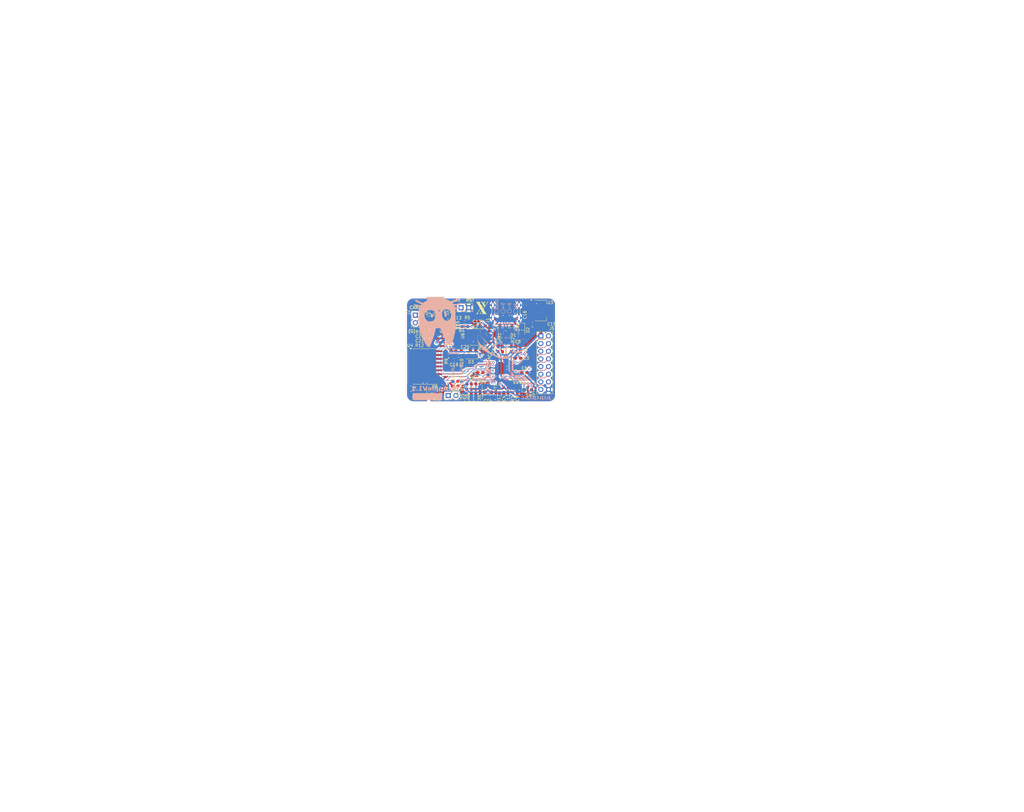
<source format=kicad_pcb>
(kicad_pcb (version 20241229) (generator "pcbnew") (generator_version "9.0")
  (layers (0 "F.Cu" signal) (4 "In1.Cu" signal) (6 "In2.Cu" signal) (2 "B.Cu" signal) (13 "F.Paste" user) (15 "B.Paste" user) (5 "F.SilkS" user "F.Silkscreen") (7 "B.SilkS" user "B.Silkscreen") (1 "F.Mask" user) (3 "B.Mask" user) (25 "Edge.Cuts" user))
  (net 0 "")
  (net 1 "GND")
  (net 2 "+3V3")
  (net 3 "/RESET")
  (net 4 "+1V1")
  (net 5 "VBUS")
  (net 6 "Net-(D3-A)")
  (net 7 "/CAN/TXCAN")
  (net 8 "/CAN_STANDBY")
  (net 9 "Net-(C24-Pad1)")
  (net 10 "/CAN_FAULT")
  (net 11 "Net-(D4-K2)")
  (net 12 "Net-(D4-K1)")
  (net 13 "Net-(J1-CC1)")
  (net 15 "Net-(J1-CC2)")
  (net 17 "Net-(J3-Pin_1)")
  (net 18 "/QSPI_SS")
  (net 19 "Net-(U4-OSC1)")
  (net 20 "Net-(U4-~{RESET})")
  (net 21 "Net-(U6-TXD)")
  (net 22 "Net-(U6-RXD)")
  (net 23 "/CAN/RXCAN")
  (net 24 "Net-(U6-S)")
  (net 25 "Net-(U1-XOUT)")
  (net 26 "/GPIO8")
  (net 27 "/GPIO10")
  (net 28 "/QSPI_SD2")
  (net 29 "/GPIO19")
  (net 30 "/GPIO13")
  (net 31 "/QSPI_SDO")
  (net 32 "/GPIO11")
  (net 33 "/SWD")
  (net 34 "/GPIO7")
  (net 35 "/GPIO14")
  (net 36 "/CAN_INT")
  (net 37 "/GPIO23")
  (net 38 "/QSPI_SCLK")
  (net 39 "/GPIO12")
  (net 40 "/GPIO28")
  (net 41 "/GPIO24")
  (net 42 "/GPIO27")
  (net 43 "/GPIO25")
  (net 44 "/GPIO16")
  (net 45 "/QSPI_SD3")
  (net 46 "/GPIO15")
  (net 47 "/GPIO20")
  (net 48 "/GPIO22")
  (net 49 "/GPIO26")
  (net 50 "/GPIO17")
  (net 51 "/GPIO18")
  (net 52 "/N_CAN_RX")
  (net 53 "/XIN")
  (net 54 "/SWCLK")
  (net 55 "/GPIO21")
  (net 56 "/GPIO9")
  (net 57 "/QSPI_SD1")
  (net 58 "/N_CAN_TX")
  (net 59 "/GPIO29")
  (net 61 "Net-(U4-OSC2)")
  (net 67 "Net-(D5-A)")
  (net 70 "/CAN_SCK")
  (net 71 "/CAN_CS")
  (net 72 "Net-(D6-A)")
  (net 73 "Net-(D7-A)")
  (net 74 "/USB_D_-")
  (net 75 "/USB_D_+")
  (net 76 "/USB_DP")
  (net 77 "/USB_DN")
  (footprint "Resistor_SMD:R_0603_1608Metric_Pad0.98x0.95mm_HandSolder" (layer "F.Cu") (at 143.25 104.65 90)
    (property "Reference" "R20")
    (property "Value" "220R")
  )
  (footprint "Connector_PinHeader_2.54mm:PinHeader_2x08_P2.54mm_Vertical" (layer "F.Cu") (at 164.81 87.86)
    (property "Reference" "J5")
    (property "Value" "Conn_02x08_Odd_Even")
  )
  (footprint "Resistor_SMD:R_0603_1608Metric_Pad0.98x0.95mm_HandSolder" (layer "F.Cu") (at 142.35 92.5 180)
    (property "Reference" "R15")
    (property "Value" "10K")
  )
  (footprint "LED_SMD:LED_0603_1608Metric_Pad1.05x0.95mm_HandSolder" (layer "F.Cu") (at 140.25 108 90)
    (property "Reference" "D5")
    (property "Value" "LED_Small")
  )
  (footprint "Resistor_SMD:R_0603_1608Metric_Pad0.98x0.95mm_HandSolder" (layer "F.Cu") (at 152.5 88.5 -90)
    (property "Reference" "R1")
    (property "Value" "27R")
  )
  (footprint "Capacitor_SMD:C_0603_1608Metric_Pad1.08x0.95mm_HandSolder" (layer "F.Cu") (at 128.06875 106.5 90)
    (property "Reference" "C18")
    (property "Value" "10n")
  )
  (footprint "Capacitor_SMD:C_0603_1608Metric_Pad1.08x0.95mm_HandSolder" (layer "F.Cu") (at 157.25 95.25)
    (property "Reference" "C3")
    (property "Value" "100n")
  )
  (footprint "Package_SO:SOIC-8_3.9x4.9mm_P1.27mm" (layer "F.Cu") (at 134.425 89.3)
    (property "Reference" "U6")
    (property "Value" "TCAN337G")
  )
  (footprint "Capacitor_SMD:C_0603_1608Metric_Pad1.08x0.95mm_HandSolder" (layer "F.Cu") (at 162 83.97)
    (property "Reference" "C15")
    (property "Value" "10u")
  )
  (footprint "Capacitor_SMD:C_0603_1608Metric_Pad1.08x0.95mm_HandSolder" (layer "F.Cu") (at 144.75 100 180)
    (property "Reference" "C7")
    (property "Value" "100n")
  )
  (footprint "TestPoint:TestPoint_Pad_1.0x1.0mm" (layer "F.Cu") (at 159.25 105.75)
    (property "Reference" "SWCLK")
    (property "Value" "Pad1")
  )
  (footprint "Resistor_SMD:R_0603_1608Metric_Pad0.98x0.95mm_HandSolder" (layer "F.Cu") (at 155.5 105.8 90)
    (property "Reference" "R3")
    (property "Value" "10k")
  )
  (footprint "Package_SO:SOIC-8_5.3x5.3mm_P1.27mm" (layer "F.Cu") (at 144.25 88.25)
    (property "Reference" "U2")
    (property "Value" "W25Q128JVS")
  )
  (footprint "Capacitor_SMD:C_0603_1608Metric_Pad1.08x0.95mm_HandSolder" (layer "F.Cu") (at 146.5 94.25 90)
    (property "Reference" "C1")
    (property "Value" "100n")
  )
  (footprint "Capacitor_SMD:C_0603_1608Metric_Pad1.08x0.95mm_HandSolder" (layer "F.Cu") (at 127.9 88 180)
    (property "Reference" "C20")
    (property "Value" "100n")
  )
  (footprint "Diode_SMD:D_SMF" (layer "F.Cu") (at 158.5 85.95 -90)
    (property "Reference" "D2")
    (property "Value" "SMF5V0A")
  )
  (footprint "Oscillator:Oscillator_SMD_Abracon_ASE-4Pin_3.2x2.5mm" (layer "F.Cu") (at 147.3 105.725)
    (property "Reference" "Y1")
    (property "Value" "ASE-12MHz")
  )
  (footprint "Capacitor_SMD:C_0603_1608Metric_Pad1.08x0.95mm_HandSolder" (layer "F.Cu") (at 137.55 92.92 180)
    (property "Reference" "C25")
    (property "Value" "100n")
  )
  (footprint "Resistor_SMD:R_0603_1608Metric_Pad0.98x0.95mm_HandSolder" (layer "F.Cu") (at 141.75 104.65 90)
    (property "Reference" "R19")
    (property "Value" "220R")
  )
  (footprint "Resistor_SMD:R_0603_1608Metric_Pad0.98x0.95mm_HandSolder" (layer "F.Cu") (at 134.0375 81.5)
    (property "Reference" "R14")
    (property "Value" "60R")
  )
  (footprint "LED_SMD:LED_0603_1608Metric_Pad1.05x0.95mm_HandSolder" (layer "F.Cu") (at 141.75 108 90)
    (property "Reference" "D6")
    (property "Value" "LED_Small")
  )
  (footprint "Package_TO_SOT_SMD:SOT-223-3_TabPin2" (layer "F.Cu") (at 164.75 79.5)
    (property "Reference" "U3")
    (property "Value" "NCP1117-3.3_SOT223")
  )
  (footprint "Capacitor_SMD:C_0603_1608Metric_Pad1.08x0.95mm_HandSolder" (layer "F.Cu") (at 152.5 105.8 -90)
    (property "Reference" "C4")
    (property "Value" "100n")
  )
  (footprint "Resistor_SMD:R_0603_1608Metric_Pad0.98x0.95mm_HandSolder" (layer "F.Cu") (at 151 105.8 -90)
    (property "Reference" "R17")
    (property "Value" "DNF")
  )
  (footprint "Package_TO_SOT_SMD:SOT-416" (layer "F.Cu") (at 127.5375 82.25)
    (property "Reference" "D4")
    (property "Value" "RCLAMP0502BA")
  )
  (footprint "Diode_SMD:D_SOD-123" (layer "F.Cu") (at 141.65 94.5 180)
    (property "Reference" "D3")
    (property "Value" "1N4148W")
  )
  (footprint "Package_DFN_QFN:QFN-56-1EP_7x7mm_P0.4mm_EP3.2x3.2mm" (layer "F.Cu") (at 151.25 99)
    (property "Reference" "U1")
    (property "Value" "RP2040")
  )
  (footprint "Resistor_SMD:R_0603_1608Metric_Pad0.98x0.95mm_HandSolder" (layer "F.Cu") (at 134.9 85.415)
    (property "Reference" "R16")
    (property "Value" "DNF")
  )
  (footprint "Resistor_SMD:R_0603_1608Metric_Pad0.98x0.95mm_HandSolder" (layer "F.Cu") (at 127.9 91)
    (property "Reference" "R12")
    (property "Value" "DNF")
  )
  (footprint "Resistor_SMD:R_0603_1608Metric_Pad0.98x0.95mm_HandSolder" (layer "F.Cu") (at 151.25 85.2 -90)
    (property "Reference" "R7")
    (property "Value" "5.1K")
  )
  (footprint "Capacitor_SMD:C_0603_1608Metric_Pad1.08x0.95mm_HandSolder" (layer "F.Cu") (at 147.75 108.275)
    (property "Reference" "C14")
    (property "Value" "10n")
  )
  (footprint "Capacitor_SMD:C_0603_1608Metric_Pad1.08x0.95mm_HandSolder" (layer "F.Cu") (at 156.5 92.2625 90)
    (property "Reference" "C8")
    (property "Value" "1u")
  )
  (footprint "Resistor_SMD:R_0603_1608Metric_Pad0.98x0.95mm_HandSolder" (layer "F.Cu") (at 134.0375 82.99)
    (property "Reference" "R13")
    (property "Value" "60R")
  )
  (footprint "Capacitor_SMD:C_0603_1608Metric_Pad1.08x0.95mm_HandSolder" (layer "F.Cu") (at 134.1875 92.92)
    (property "Reference" "C17")
    (property "Value" "100n")
  )
  (footprint "Resistor_SMD:R_0603_1608Metric_Pad0.98x0.95mm_HandSolder" (layer "F.Cu") (at 139.6375 84.755 180)
    (property "Reference" "R4")
    (property "Value" "10k")
  )
  (footprint "Connector_USB:USB_C_Receptacle_GCT_USB4105-xx-A_16P_TopMnt_Horizontal" (layer "F.Cu") (at 153.25 78.75 180)
    (property "Reference" "J1")
    (property "Value" "USB_C_Receptacle_USB2.0_16P")
  )
  (footprint "Resistor_SMD:R_0603_1608Metric_Pad0.98x0.95mm_HandSolder" (layer "F.Cu") (at 139.6375 83.255)
    (property "Reference" "R5")
    (property "Value" "1k")
  )
  (footprint "Resistor_SMD:R_0603_1608Metric_Pad0.98x0.95mm_HandSolder" (layer "F.Cu") (at 136.381389 102.885)
    (property "Reference" "R21")
    (property "Value" "10K")
  )
  (footprint "Capacitor_SMD:C_0603_1608Metric_Pad1.08x0.95mm_HandSolder" (layer "F.Cu") (at 159.5 77.6375 90)
    (property "Reference" "C16")
    (property "Value" "10u")
  )
  (footprint "Resistor_SMD:R_0603_1608Metric_Pad0.98x0.95mm_HandSolder" (layer "F.Cu") (at 140.25 104.65 90)
    (property "Reference" "R18")
    (property "Value" "220R")
  )
  (footprint "Connector_PinHeader_2.54mm:PinHeader_1x02_P2.54mm_Vertical" (layer "F.Cu") (at 123.2 80.975)
    (property "Reference" "J2")
    (property "Value" "Conn_01x02_Pin")
  )
  (footprint "LED_SMD:LED_0603_1608Metric_Pad1.05x0.95mm_HandSolder" (layer "F.Cu") (at 143.25 108 90)
    (property "Reference" "D7")
    (property "Value" "LED_Small")
  )
  (footprint "Connector_PinHeader_2.54mm:PinHeader_1x02_P2.54mm_Vertical" (layer "F.Cu") (at 134.106389 107.635 90)
    (property "Reference" "J7")
    (property "Value" "Conn_01x02_Pin")
  )
  (footprint "Capacitor_SMD:C_0603_1608Metric_Pad1.08x0.95mm_HandSolder" (layer "F.Cu") (at 136.0125 96 180)
    (property "Reference" "C19")
    (property "Value" "100n")
  )
  (footprint "Capacitor_SMD:C_0603_1608Metric_Pad1.08x0.95mm_HandSolder" (layer "F.Cu") (at 159.3625 100)
    (property "Reference" "C6")
    (property "Value" "100n")
  )
  (footprint "Connector_PinHeader_2.54mm:PinHeader_1x02_P2.54mm_Vertical" (layer "F.Cu") (at 138.3625 78.5 90)
    (property "Reference" "J3")
    (property "Value" "Conn_01x02_Pin")
  )
  (footprint "Resistor_SMD:R_0603_1608Metric_Pad0.98x0.95mm_HandSolder" (layer "F.Cu") (at 134.1875 94.5)
    (property "Reference" "R9")
    (property "Value" "1K")
  )
  (footprint "Capacitor_SMD:C_0603_1608Metric_Pad1.08x0.95mm_HandSolder" (layer "F.Cu") (at 131.4 85.415 180)
    (property "Reference" "C23")
    (property "Value" "100n")
  )
  (footprint "Capacitor_SMD:C_0603_1608Metric_Pad1.08x0.95mm_HandSolder" (layer "F.Cu") (at 127.9 85)
    (property "Reference" "C22")
    (property "Value" "100n")
  )
  (footprint "Resistor_SMD:R_0603_1608Metric_Pad0.98x0.95mm_HandSolder" (layer "F.Cu") (at 155.25 85.2 -90)
    (property "Reference" "R6")
    (property "Value" "5.1K")
  )
  (footprint "Capacitor_SMD:C_0603_1608Metric_Pad1.08x0.95mm_HandSolder" (layer "F.Cu") (at 127.9 89.5 180)
    (property "Reference" "C21")
    (property "Value" "1u")
  )
  (footprint "Oscillator:Oscillator_SMD_Abracon_ASE-4Pin_3.2x2.5mm" (layer "F.Cu") (at 125.31875 106.75 90)
    (property "Reference" "Y2")
    (property "Value" "ASE-16MHz")
  )
  (footprint "Capacitor_SMD:C_0603_1608Metric_Pad1.08x0.95mm_HandSolder" (layer "F.Cu") (at 154 105.8 -90)
    (property "Reference" "C12")
    (property "Value" "100n")
  )
  (footprint "LOGO" (layer "F.Cu") (at 145.25 78.5)
    (property "Reference" "G***" (hide yes))
    (property "Value" "LOGO" (hide yes))
  )
  (footprint "Resistor_SMD:R_0603_1608Metric_Pad0.98x0.95mm_HandSolder" (layer "F.Cu") (at 136.381389 104.5)
    (property "Reference" "R22")
    (property "Value" "10K")
  )
  (footprint "Package_TO_SOT_SMD:SOT-416" (layer "F.Cu") (at 153.25 84.75 -90)
    (property "Reference" "D1")
    (property "Value" "RCLAMP0502BA")
  )
  (footprint "Capacitor_SMD:C_0603_1608Metric_Pad1.08x0.95mm_HandSolder" (layer "F.Cu") (at 130.5375 82.25 180)
    (property "Reference" "C24")
    (property "Value" "4.7n")
  )
  (footprint "Resistor_SMD:R_0603_1608Metric_Pad0.98x0.95mm_HandSolder" (layer "F.Cu") (at 127.9 86.5)
    (property "Reference" "R11")
    (property "Value" "DNF")
  )
  (footprint "TestPoint:TestPoint_Pad_1.0x1.0mm" (layer "F.Cu") (at 161.75 105.75)
    (property "Reference" "SWD")
    (property "Value" "Pad2")
  )
  (footprint "Resistor_SMD:R_0603_1608Metric_Pad0.98x0.95mm_HandSolder" (layer "F.Cu") (at 154 88.5 90)
    (property "Reference" "R2")
    (property "Value" "27R")
  )
  (footprint "Resistor_SMD:R_0603_1608Metric_Pad0.98x0.95mm_HandSolder" (layer "F.Cu") (at 132.25 104.5)
    (property "Reference" "R8")
    (property "Value" "DNF")
  )
  (footprint "Resistor_SMD:R_0603_1608Metric_Pad0.98x0.95mm_HandSolder" (layer "F.Cu") (at 137.55 94.5 180)
    (property "Reference" "R10")
    (property "Value" "1K")
  )
  (footprint "Capacitor_SMD:C_0603_1608Metric_Pad1.08x0.95mm_HandSolder" (layer "F.Cu") (at 157 105.8 -90)
    (property "Reference" "C9")
    (property "Value" "100n")
  )
  (footprint "Capacitor_SMD:C_0603_1608Metric_Pad1.08x0.95mm_HandSolder" (layer "F.Cu") (at 150.631389 92.2625 90)
    (property "Reference" "C11")
    (property "Value" "100n")
  )
  (footprint "Package_SO:SOIC-18W_7.5x11.6mm_P1.27mm" (layer "F.Cu") (at 126.4 98)
    (property "Reference" "U4")
    (property "Value" "MCP2515-xSO")
  )
  (footprint "Capacitor_SMD:C_0603_1608Metric_Pad1.08x0.95mm_HandSolder" (layer "F.Cu") (at 152.101389 92.2625 90)
    (property "Reference" "C5")
    (property "Value" "100n")
  )
  (footprint "Capacitor_SMD:C_0603_1608Metric_Pad1.08x0.95mm_HandSolder" (layer "F.Cu") (at 158 92.2625 90)
    (property "Reference" "C2")
    (property "Value" "100n")
  )
  (footprint "Capacitor_SMD:C_0603_1608Metric_Pad1.08x0.95mm_HandSolder" (layer "F.Cu") (at 155 92.2625 90)
    (property "Reference" "C10")
    (property "Value" "1u")
  )
  (footprint "Capacitor_SMD:C_0603_1608Metric_Pad1.08x0.95mm_HandSolder" (layer "F.Cu") (at 145.5 84.5 180)
    (property "Reference" "C13")
    (property "Value" "100n")
  )
  (footprint "TestPoint:TestPoint_Pad_D1.0mm" (layer "B.Cu") (at 150.2 79.7 180)
    (property "Reference" "GND")
    (property "Value" "TestPoint_Pad_D1.0mm")
  )
  (footprint "TestPoint:TestPoint_Pad_D1.0mm" (layer "B.Cu") (at 147.281389 100.685 180)
    (property "Reference" "GPIO9")
    (property "Value" "TestPoint_Pad_D1.0mm")
  )
  (footprint "TestPoint:TestPoint_Pad_D1.0mm" (layer "B.Cu") (at 152.3 79.7 180)
    (property "Reference" "D+")
    (property "Value" "TestPoint_Pad_D1.0mm")
  )
  (footprint "TestPoint:TestPoint_Pad_D1.0mm" (layer "B.Cu") (at 156.5 79.7 180)
    (property "Reference" "+5V")
    (property "Value" "TestPoint_Pad_D1.0mm")
  )
  (footprint "LOGO" (layer "B.Cu") (at 129.769856 84.912107 -90)
    (property "Reference" "G***" (hide yes))
    (property "Value" "LOGO" (hide yes))
  )
  (footprint "TestPoint:TestPoint_Pad_D1.0mm" (layer "B.Cu") (at 154.4 79.7 180)
    (property "Reference" "D-")
    (property "Value" "TestPoint_Pad_D1.0mm")
  )
  (footprint "TestPoint:TestPoint_Pad_D1.0mm" (layer "B.Cu") (at 135.781389 103.085 180)
    (property "Reference" "GPIO7")
    (property "Value" "TestPoint_Pad_D1.0mm")
  )
  (footprint "LOGO" (layer "B.Cu") (at 152.1 89.6 180)
    (property "Reference" "G***" (hide yes))
    (property "Value" "LOGO" (hide yes))
  )
  (footprint "TestPoint:TestPoint_Pad_D1.0mm" (layer "B.Cu") (at 138.481389 103.085 180)
    (property "Reference" "GPIO10")
    (property "Value" "TestPoint_Pad_D1.0mm")
  )
  (gr_rect (start 122.36125 106.915) (end 132.05 109.125) (stroke (width 0.1)) (fill yes) (layer "B.SilkS"))
  (gr_arc (start 167.5 75) (mid 169.267767 75.732233) (end 170 77.5) (stroke (width 0.05)) (layer "Edge.Cuts"))
  (gr_line (start 167.5 75) (end 122.5 75) (stroke (width 0.05)) (layer "Edge.Cuts"))
  (gr_line (start 122.5 110) (end 167.5 110) (stroke (width 0.05)) (layer "Edge.Cuts"))
  (gr_arc (start 120 77.5) (mid 120.732233 75.732233) (end 122.5 75) (stroke (width 0.05)) (layer "Edge.Cuts"))
  (gr_arc (start 170 107.5) (mid 169.267767 109.267767) (end 167.5 110) (stroke (width 0.05)) (layer "Edge.Cuts"))
  (gr_arc (start 122.5 110) (mid 120.732233 109.267767) (end 120 107.5) (stroke (width 0.05)) (layer "Edge.Cuts"))
  (gr_line (start 120 77.5) (end 120 107.5) (stroke (width 0.05)) (layer "Edge.Cuts"))
  (gr_line (start 170 107.5) (end 170 77.5) (stroke (width 0.05)) (layer "Edge.Cuts"))
  (gr_text "RST" (at 139.9 76.6 0) (layer "F.SilkS") (effects (font (size 1 1) (thickness 0.2) (bold yes)) (justify left bottom)))
  (gr_text "CANL(Y)" (at 121.15 79.05 0) (layer "F.SilkS") (effects (font (size 1 1) (thickness 0.2) (bold yes)) (justify left bottom)))
  (gr_text "(G)" (at 120.75 86.85 0) (layer "F.SilkS") (effects (font (size 1 1) (thickness 0.2) (bold yes)) (justify left bottom)))
  (gr_text "PixAppleV1.1" (at 137.65 106.3 -0) (layer "B.SilkS") (effects (font (size 1.5 1.5) (thickness 0.3) (bold yes)) (justify left bottom mirror)))
  (gr_text "JLCJLCJLCJLC" (at 168.02 109.015 -0) (layer "B.SilkS") (effects (font (size 1 1) (thickness 0.1)) (justify left bottom mirror)))
  (segment (start 149.937797 101.212203) (end 149.8 101.074406) (width 0.15) (layer "F.Cu") (net 1))
  (segment (start 157 106.65) (end 157.8 105.85) (width 0.15) (layer "F.Cu") (net 1))
  (segment (start 127.0375 88) (end 127.15 88) (width 0.15) (layer "F.Cu") (net 1))
  (segment (start 160.225 100) (end 161.15 100) (width 0.15) (layer "F.Cu") (net 1))
  (segment (start 158.5 86.7) (end 159.25 85.95) (width 0.15) (layer "F.Cu") (net 1))
  (segment (start 160.225 100) (end 160.1125 100) (width 0.15) (layer "F.Cu") (net 1))
  (segment (start 158 95.25) (end 157.093413 94.343413) (width 0.15) (layer "F.Cu") (net 1))
  (segment (start 155.25 86.1625) (end 155.25 86) (width 0.15) (layer "F.Cu") (net 1))
  (segment (start 151.25 99) (end 151.25 97.95) (width 0.15) (layer "F.Cu") (net 1))
  (segment (start 149.505 82.43) (end 148.93 81.855) (width 0.15) (layer "F.Cu") (net 1))
  (segment (start 151.05 106.6625) (end 151 106.7125) (width 0.15) (layer "F.Cu") (net 1))
  (segment (start 128.06875 105.6375) (end 126.20625 105.6375) (width 0.25) (layer "F.Cu") (net 1))
  (segment (start 128.06875 105.72) (end 128.06875 105.6375) (width 0.25) (layer "F.Cu") (net 1))
  (segment (start 158.5 87.4) (end 158.5 85.95) (width 0.15) (layer "F.Cu") (net 1))
  (segment (start 141.013276 107.964019) (end 140.999176 107.949919) (width 0.15) (layer "F.Cu") (net 1))
  (segment (start 129.675 82.25) (end 129.5875 82.25) (width 0.15) (layer "F.Cu") (net 1))
  (segment (start 143.25 108.730669) (end 142.48335 107.964019) (width 0.15) (layer "F.Cu") (net 1))
  (segment (start 154 106.8) (end 153.25 107.55) (width 0.15) (layer "F.Cu") (net 1))
  (segment (start 152.101389 91.4) (end 152.101389 91.285) (width 0.5) (layer "F.Cu") (net 1))
  (segment (start 144.6375 84.6375) (end 145.5 85.5) (width 0.15) (layer "F.Cu") (net 1))
  (segment (start 151.25 97.95) (end 152.5 96.7) (width 0.15) (layer "F.Cu") (net 1))
  (segment (start 141.75 108.875) (end 141.75 108.700743) (width 0.15) (layer "F.Cu") (net 1))
  (segment (start 152.4 99) (end 153.5 97.9) (width 0.15) (layer "F.Cu") (net 1))
  (segment (start 128.65 85) (end 128.7625 85) (width 0.15) (layer "F.Cu") (net 1))
  (segment (start 133.1625 104.5) (end 133 104.5) (width 0.15) (layer "F.Cu") (net 1))
  (segment (start 143.8875 100) (end 142.85 100) (width 0.15) (layer "F.Cu") (net 1))
  (segment (start 155 91.4) (end 156.5 91.4) (width 0.15) (layer "F.Cu") (net 1))
  (segment (start 143.25 108.875) (end 141.75 108.875) (width 0.15) (layer "F.Cu") (net 1))
  (segment (start 127.15 88) (end 127.9 88.75) (width 0.15) (layer "F.Cu") (net 1))
  (segment (start 152.5 106.6625) (end 152.5 106.8) (width 0.15) (layer "F.Cu") (net 1))
  (segment (start 150.25 102.4375) (end 150.25 101.524406) (width 0.15) (layer "F.Cu") (net 1))
  (segment (start 158.1125 95.25) (end 158 95.25) (width 0.15) (layer "F.Cu") (net 1))
  (segment (start 135.05 92.92) (end 135.05 91.825) (width 0.15) (layer "F.Cu") (net 1))
  (segment (start 135.05 91.825) (end 135.2 91.675) (width 0.15) (layer "F.Cu") (net 1))
  (segment (start 127.0375 88) (end 126.9 88) (width 0.15) (layer "F.Cu") (net 1))
  (segment (start 151 106.8) (end 151.75 107.55) (width 0.15) (layer "F.Cu") (net 1))
  (segment (start 149.85 100.4) (end 149 100.4) (width 0.15) (layer "F.Cu") (net 1))
  (segment (start 152.5 106.8) (end 151.75 107.55) (width 0.15) (layer "F.Cu") (net 1))
  (segment (start 133 104.5) (end 132.275 105.225) (width 0.15) (layer "F.Cu") (net 1))
  (segment (start 162.8625 84.1075) (end 162 84.97) (width 0.15) (layer "F.Cu") (net 1))
  (segment (start 144.6375 84.5) (end 144.6375 84.6375) (width 0.15) (layer "F.Cu") (net 1))
  (segment (start 151.25 98.35) (end 151.25 99) (width 0.15) (layer "F.Cu") (net 1))
  (segment (start 151.8 90.9375) (end 151.8 91.05) (width 0.15) (layer "F.Cu") (net 1))
  (segment (start 130.5375 85.415) (end 130.6 85.415) (width 0.15) (layer "F.Cu") (net 1))
  (segment (start 159.925 77.2) (end 159.5 76.775) (width 0.25) (layer "F.Cu") (net 1))
  (segment (start 159.5 76.775) (end 159.5 76.5) (width 0.15) (layer "F.Cu") (net 1))
  (segment (start 130.6 85.415) (end 131.45 86.265) (width 0.15) (layer "F.Cu") (net 1))
  (segment (start 146.5 93.5) (end 145.75 94.25) (width 0.15) (layer "F.Cu") (net 1))
  (segment (start 126.9 89.5) (end 126.15 88.75) (width 0.15) (layer "F.Cu") (net 1))
  (segment (start 125.97875 105.535) (end 126.14375 105.7) (width 0.15) (layer "F.Cu") (net 1))
  (segment (start 156.995 82.43) (end 157.57 81.855) (width 0.15) (layer "F.Cu") (net 1))
  (segment (start 148.6125 106.8125) (end 148.35 106.55) (width 0.25) (layer "F.Cu") (net 1))
  (segment (start 151.25 99) (end 152.4 99) (width 0.15) (layer "F.Cu") (net 1))
  (segment (start 130.65 88) (end 130.65 88.4775) (width 0.15) (layer "F.Cu") (net 1))
  (segment (start 156.5 91.2625) (end 155.75 90.5125) (width 0.15) (layer "F.Cu") (net 1))
  (segment (start 161.6 77.2) (end 159.925 77.2) (width 0.25) (layer "F.Cu") (net 1))
  (segment (start 153.25 85.4) (end 153.25 84.777391) (width 0.15) (layer "F.Cu") (net 1))
  (segment (start 157 106.6625) (end 157 106.65) (width 0.15) (layer "F.Cu") (net 1))
  (segment (start 130.1225 85) (end 130.5375 85.415) (width 0.15) (layer "F.Cu") (net 1))
  (segment (start 153.25 84.777391) (end 153.249193 84.776584) (width 0.15) (layer "F.Cu") (net 1))
  (segment (start 156.5 91.2625) (end 157.25 90.5125) (width 0.15) (layer "F.Cu") (net 1))
  (segment (start 141.75 108.697369) (end 142.48335 107.964019) (width 0.15) (layer "F.Cu") (net 1))
  (segment (start 127.0375 89.5) (end 127.15 89.5) (width 0.15) (layer "F.Cu") (net 1))
  (segment (start 153.25 85.4) (end 153.25 86.25) (width 0.15) (layer "F.Cu") (net 1))
  (segment (start 155 91.2625) (end 155.75 90.5125) (width 0.15) (layer "F.Cu") (net 1))
  (segment (start 146.5 93.3875) (end 146.5 93.5) (width 0.15) (layer "F.Cu") (net 1))
  (segment (start 150.75 98.5) (end 151.25 99) (width 0.15) (layer "F.Cu") (net 1))
  (segment (start 150.25 101.524406) (end 149.937797 101.212203) (width 0.15) (layer "F.Cu") (net 1))
  (segment (start 129.675 82.25) (end 128.1875 82.25) (width 0.15) (layer "F.Cu") (net 1))
  (segment (start 150.25 102.4375) (end 150.226 102.4135) (width 0.15) (layer "F.Cu") (net 1))
  (segment (start 127.0375 89.5) (end 126.9 89.5) (width 0.15) (layer "F.Cu") (net 1))
  (segment (start 126.14375 105.7) (end 126.14375 105.584265) (width 0.15) (layer "F.Cu") (net 1))
  (segment (start 128.84875 106.5) (end 128.06875 105.72) (width 0.25) (layer "F.Cu") (net 1))
  (segment (start 150.05 82.43) (end 149.505 82.43) (width 0.15) (layer "F.Cu") (net 1))
  (segment (start 142.48335 107.964019) (end 141.013276 107.964019) (width 0.15) (layer "F.Cu") (net 1))
  (segment (start 128.1875 82.25) (end 128.1875 81.85) (width 0.15) (layer "F.Cu") (net 1))
  (segment (start 151.25 99) (end 153.5 99) (width 0.15) (layer "F.Cu") (net 1))
  (segment (start 156.45 82.43) (end 156.995 82.43) (width 0.15) (layer "F.Cu") (net 1))
  (segment (start 161.6 77.2) (end 163.4 77.2) (width 0.25) (layer "F.Cu") (net 1))
  (segment (start 140.25 108.875) (end 140.25 108.699095) (width 0.15) (layer "F.Cu") (net 1))
  (segment (start 149.8 100.45) (end 151.25 99) (width 0.15) (layer "F.Cu") (net 1))
  (segment (start 162.8625 83.97) (end 162.8625 84.1075) (width 0.15) (layer "F.Cu") (net 1))
  (segment (start 141.75 108.875) (end 140.25 108.875) (width 0.15) (layer "F.Cu") (net 1))
  (segment (start 151.25 97.55) (end 150.4 96.7) (width 0.15) (layer "F.Cu") (net 1))
  (segment (start 140.25 108.699095) (end 140.999176 107.949919) (width 0.15) (layer "F.Cu") (net 1))
  (segment (start 151 106.7125) (end 151 106.8) (width 0.15) (layer "F.Cu") (net 1))
  (segment (start 148.6125 106.4125) (end 148.55 106.35) (width 0.25) (layer "F.Cu") (net 1))
  (segment (start 129.5 106.5) (end 128.84875 106.5) (width 0.25) (layer "F.Cu") (net 1))
  (segment (start 141.75 108.875) (end 141.75 108.697369) (width 0.15) (layer "F.Cu") (net 1))
  (segment (start 151.25 86) (end 150.5 85.25) (width 0.15) (layer "F.Cu") (net 1))
  (segment (start 150.631389 91.275) (end 151.361389 90.545) (width 0.5) (layer "F.Cu") (net 1))
  (segment (start 158 91.4) (end 158 91.2625) (width 0.15) (layer "F.Cu") (net 1))
  (segment (start 152.5 106.8) (end 153.25 107.55) (width 0.15) (layer "F.Cu") (net 1))
  (segment (start 156.5 91.4) (end 156.5 91.2625) (width 0.15) (layer "F.Cu") (net 1))
  (segment (start 158 91.2625) (end 157.25 90.5125) (width 0.15) (layer "F.Cu") (net 1))
  (segment (start 135.15 96) (end 134.95 96) (width 0.15) (layer "F.Cu") (net 1))
  (segment (start 154 106.6625) (end 154 106.8) (width 0.15) (layer "F.Cu") (net 1))
  (segment (start 127.0375 88) (end 127.0375 89.5) (width 0.15) (layer "F.Cu") (net 1))
  (segment (start 157.57 77.675) (end 158.6 77.675) (width 0.25) (layer "F.Cu") (net 1))
  (segment (start 151.25 99) (end 151.25 97.55) (width 0.15) (layer "F.Cu") (net 1))
  (segment (start 154 106.6625) (end 152.5 106.6625) (width 0.15) (layer "F.Cu") (net 1))
  (segment (start 152.5 106.6625) (end 151.05 106.6625) (width 0.15) (layer "F.Cu") (net 1))
  (segment (start 134.95 96) (end 134.2 95.25) (width 0.15) (layer "F.Cu") (net 1))
  (segment (start 152.101389 91.285) (end 151.361389 90.545) (width 0.5) (layer "F.Cu") (net 1))
  (segment (start 130.65 88.4775) (end 130.8375 88.665) (width 0.15) (layer "F.Cu") (net 1))
  (segment (start 158 91.4) (end 156.5 91.4) (width 0.15) (layer "F.Cu") (net 1))
  (segment (start 143.25 108.875) (end 143.25 108.730669) (width 0.15) (layer "F.Cu") (net 1))
  (segment (start 150.631389 91.4) (end 150.631389 90.385) (width 0.5) (layer "F.Cu") (net 1))
  (segment (start 129.5875 82.25) (end 128.6875 81.35) (width 0.15) (layer "F.Cu") (net 1))
  (segment (start 143.8875 100) (end 144.028036 100) (width 0.15) (layer "F.Cu") (net 1))
  (segment (start 142.045 90.155) (end 142.4 89.8) (width 0.15) (layer "F.Cu") (net 1))
  (segment (start 127.15 89.5) (end 127.9 88.75) (width 0.15) (layer "F.Cu") (net 1))
  (segment (start 150.631389 91.4) (end 150.631389 91.275) (width 0.5) (layer "F.Cu") (net 1))
  (segment (start 158.5 87.4) (end 158.5 86.7) (width 0.15) (layer "F.Cu") (net 1))
  (segment (start 128.1875 81.85) (end 128.6875 81.35) (width 0.15) (layer "F.Cu") (net 1))
  (segment (start 128.1875 82.7) (end 128.6625 83.175) (width 0.15) (layer "F.Cu") (net 1))
  (segment (start 127.9 85.75) (end 128.65 85) (width 0.15) (layer "F.Cu") (net 1))
  (segment (start 149.1 98.5) (end 150.75 98.5) (width 0.15) (layer "F.Cu") (net 1))
  (segment (start 155 91.4) (end 155 91.2625) (width 0.15) (layer "F.Cu") (net 1))
  (segment (start 148.6125 108.275) (end 148.6125 106.8125) (width 0.25) (layer "F.Cu") (net 1))
  (segment (start 158.6 77.675) (end 159.5 76.775) (width 0.25) (layer "F.Cu") (net 1))
  (segment (start 149.8 101.074406) (end 149.8 100.45) (width 0.15) (layer "F.Cu") (net 1))
  (segment (start 141.75 108.700743) (end 140.999176 107.949919) (width 0.15) (layer "F.Cu") (net 1))
  (segment (start 158.5 86.7) (end 157.75 85.95) (width 0.15) (layer "F.Cu") (net 1))
  (segment (start 140.6625 90.155) (end 142.045 90.155) (width 0.15) (layer "F.Cu") (net 1))
  (segment (start 155.25 86) (end 156 85.25) (width 0.15) (layer "F.Cu") (net 1))
  (segment (start 130.8375 88.665) (end 131.95 88.665) (width 0.15) (layer "F.Cu") (net 1))
  (segment (start 159.525 76.775) (end 159.5 76.775) (width 0.15) (layer "F.Cu") (net 1))
  (segment (start 148.8625 106.6625) (end 148.55 106.35) (width 0.25) (layer "F.Cu") (net 1))
  (segment (start 128.1875 82.25) (end 128.1875 82.7) (width 0.15) (layer "F.Cu") (net 1))
  (segment (start 151.25 99) (end 149.85 100.4) (width 0.15) (layer "F.Cu") (net 1))
  (segment (start 126.20625 105.6375) (end 126.14375 105.7) (width 0.25) (layer "F.Cu") (net 1))
  (segment (start 128.7625 85) (end 130.1225 85) (width 0.15) (layer "F.Cu") (net 1))
  (segment (start 150.9125 106.625) (end 151 106.7125) (width 0.25) (layer "F.Cu") (net 1))
  (segment (start 151.25 86.1625) (end 151.25 86) (width 0.15) (layer "F.Cu") (net 1))
  (segment (start 126.9 88) (end 126.15 88.75) (width 0.15) (layer "F.Cu") (net 1))
  (segment (start 129.5875 82.25) (end 128.6625 83.175) (width 0.15) (layer "F.Cu") (net 1))
  (segment (start 150.3 90.9375) (end 150.3 91.05) (width 0.15) (layer "F.Cu") (net 1))
  (segment (start 135.05 92.92) (end 136.6875 92.92) (width 0.15) (layer "F.Cu") (net 1))
  (via (at 142.85 100) (size 0.6) (drill 0.3) (layers "F.Cu" "B.Cu") (net 1))
  (via (at 149.75 109) (size 0.6) (drill 0.3) (layers "F.Cu" "B.Cu") (net 1))
  (via (at 142.4 89.8) (size 0.6) (drill 0.3) (layers "F.Cu" "B.Cu") (net 1))
  (via (at 155.75 90.5125) (size 0.6) (drill 0.3) (layers "F.Cu" "B.Cu") (net 1))
  (via (at 151.75 107.55) (size 0.6) (drill 0.3) (layers "F.Cu" "B.Cu") (net 1))
  (via (at 158.5 85.95) (size 0.6) (drill 0.3) (layers "F.Cu" "B.Cu") (net 1))
  (via (at 161.15 100) (size 0.6) (drill 0.3) (layers "F.Cu" "B.Cu") (net 1))
  (via (at 121.75 106.25) (size 0.6) (drill 0.3) (layers "F.Cu" "B.Cu") (net 1))
  (via (at 129.5 108.75) (size 0.6) (drill 0.3) (layers "F.Cu" "B.Cu") (net 1))
  (via (at 128.6875 81.35) (size 0.6) (drill 0.3) (layers "F.Cu" "B.Cu") (net 1))
  (via (at 159.25 85.95) (size 0.6) (drill 0.3) (layers "F.Cu" "B.Cu") (net 1))
  (via (at 149.1 98.5) (size 0.6) (drill 0.3) (layers "F.Cu" "B.Cu") (net 1))
  (via (at 163.4 77.2) (size 0.6) (drill 0.3) (layers "F.Cu" "B.Cu") (net 1))
  (via (at 135.2 91.675) (size 0.6) (drill 0.3) (layers "F.Cu" "B.Cu") (net 1))
  (via (at 144.75 105.75) (size 0.6) (drill 0.3) (layers "F.Cu" "B.Cu") (net 1))
  (via (at 145.5 85.5) (size 0.6) (drill 0.3) (layers "F.Cu" "B.Cu") (net 1))
  (via (at 144.75 107.5) (size 0.6) (drill 0.3) (layers "F.Cu" "B.Cu") (net 1))
  (via (at 145 98.175) (size 0.6) (drill 0.3) (layers "F.Cu" "B.Cu") (net 1))
  (via (at 127 103.5) (size 0.6) (drill 0.3) (layers "F.Cu" "B.Cu") (net 1))
  (via (at 131.45 86.265) (size 0.6) (drill 0.3) (layers "F.Cu" "B.Cu") (net 1))
  (via (at 153.5 99) (size 0.6) (drill 0.3) (layers "F.Cu" "B.Cu") (net 1))
  (via (at 129.5 106.5) (size 0.6) (drill 0.3) (layers "F.Cu" "B.Cu") (net 1))
  (via (at 130.65 88) (size 0.6) (drill 0.3) (layers "F.Cu" "B.Cu") (net 1))
  (via (at 150.631389 90.385) (size 0.6) (drill 0.3) (layers "F.Cu" "B.Cu") (net 1))
  (via (at 122.3 108.1) (size 0.6) (drill 0.3) (layers "F.Cu" "B.Cu") (net 1))
  (via (at 153.5 97.9) (size 0.6) (drill 0.3) (layers "F.Cu" "B.Cu") (net 1))
  (via (at 150.5 85.25) (size 0.6) (drill 0.3) (layers "F.Cu" "B.Cu") (net 1))
  (via (at 149 100.4) (size 0.6) (drill 0.3) (layers "F.Cu" "B.Cu") (net 1))
  (via (at 151.361389 90.545) (size 0.6) (drill 0.3) (layers "F.Cu" "B.Cu") (net 1))
  (via (at 149.75 107.5) (size 0.6) (drill 0.3) (layers "F.Cu" "B.Cu") (net 1))
  (via (at 128.6625 83.175) (size 0.6) (drill 0.3) (layers "F.Cu" "B.Cu") (net 1))
  (via (at 121.75 104.5) (size 0.6) (drill 0.3) (layers "F.Cu" "B.Cu") (net 1))
  (via (at 162 84.97) (size 0.6) (drill 0.3) (layers "F.Cu" "B.Cu") (net 1))
  (via (at 142.48335 107.964019) (size 0.6) (drill 0.3) (layers "F.Cu" "B.Cu") (net 1))
  (via (at 144.75 109) (size 0.6) (drill 0.3) (layers "F.Cu" "B.Cu") (net 1))
  (via (at 144.75 104) (size 0.6) (drill 0.3) (layers "F.Cu" "B.Cu") (net 1))
  (via (at 157.093413 94.343413) (size 0.6) (drill 0.3) (layers "F.Cu" "B.Cu") (net 1))
  (via (at 150.4 96.7) (size 0.6) (drill 0.3) (layers "F.Cu" "B.Cu") (net 1))
  (via (at 126.15 88.75) (size 0.6) (drill 0.3) (layers "F.Cu" "B.Cu") (net 1))
  (via (at 157.25 90.5125) (size 0.6) (drill 0.3) (layers "F.Cu" "B.Cu") (net 1))
  (via (at 156 85.25) (size 0.6) (drill 0.3) (layers "F.Cu" "B.Cu") (net 1))
  (via (at 127.9 88.75) (size 0.6) (drill 0.3) (layers "F.Cu" "B.Cu") (net 1))
  (via (at 145.75 94.25) (size 0.6) (drill 0.3) (layers "F.Cu" "B.Cu") (net 1))
  (via (at 125.75 103.5) (size 0.6) (drill 0.3) (layers "F.Cu" "B.Cu") (net 1))
  (via (at 149.75 105.75) (size 0.6) (drill 0.3) (layers "F.Cu" "B.Cu") (net 1))
  (via (at 153.25 107.55) (size 0.6) (drill 0.3) (layers "F.Cu" "B.Cu") (net 1))
  (via (at 140.999176 107.949919) (size 0.6) (drill 0.3) (layers "F.Cu" "B.Cu") (net 1))
  (via (at 149.937797 101.212203) (size 0.6) (drill 0.3) (layers "F.Cu" "B.Cu") (net 1))
  (via (at 127.9 85.75) (size 0.6) (drill 0.3) (layers "F.Cu" "B.Cu") (net 1))
  (via (at 153.25 86.25) (size 0.6) (drill 0.3) (layers "F.Cu" "B.Cu") (net 1))
  (via (at 157.8 105.85) (size 0.6) (drill 0.3) (layers "F.Cu" "B.Cu") (net 1))
  (via (at 147.25 103.75) (size 0.6) (drill 0.3) (layers "F.Cu" "B.Cu") (net 1))
  (via (at 153.249193 84.776584) (size 0.6) (drill 0.3) (layers "F.Cu" "B.Cu") (net 1))
  (via (at 134.2 95.25) (size 0.6) (drill 0.3) (layers "F.Cu" "B.Cu") (net 1))
  (via (at 132.275 105.225) (size 0.6) (drill 0.3) (layers "F.Cu" "B.Cu") (net 1))
  (via (at 157.75 85.95) (size 0.6) (drill 0.3) (layers "F.Cu" "B.Cu") (net 1))
  (via (at 152.5 96.7) (size 0.6) (drill 0.3) (layers "F.Cu" "B.Cu") (net 1))
  (via (at 145.25 95.825) (size 0.6) (drill 0.3) (layers "F.Cu" "B.Cu") (net 1))
  (segment (start 141.013276 107.964019) (end 140.999176 107.949919) (width 0.15) (layer "B.Cu") (net 1))
  (segment (start 153.85 95.55) (end 154.9 94.5) (width 0.15) (layer "F.Cu") (net 2))
  (segment (start 133.325 91.975) (end 133.675 91.625) (width 0.15) (layer "F.Cu") (net 2))
  (segment (start 131.95 89.935) (end 132.335 89.935) (width 0.15) (layer "F.Cu") (net 2))
  (segment (start 165.25 84.95) (end 164.81 85.39) (width 1) (layer "F.Cu") (net 2))
  (segment (start 141.85 94.5) (end 140.45 93.1) (width 0.15) (layer "F.Cu") (net 2))
  (segment (start 155.65 95.25) (end 154.9 94.5) (width 0.15) (layer "F.Cu") (net 2))
  (segment (start 128.06875 108.305) (end 127.64875 108.725) (width 0.25) (layer "F.Cu") (net 2))
  (segment (start 147.3 107.8625) (end 146.8875 108.275) (width 0.15) (layer "F.Cu") (net 2))
  (segment (start 144.75 94.5) (end 143.3 94.5) (width 0.15) (layer "F.Cu") (net 2))
  (segment (start 167.5 82.7) (end 167 83.2) (width 1) (layer "F.Cu") (net 2))
  (segment (start 158.5 100) (end 157.375 100) (width 0.15) (layer "F.Cu") (net 2))
  (segment (start 147.8125 96.4) (end 146.525 95.1125) (width 0.15) (layer "F.Cu") (net 2))
  (segment (start 130.18625 90.21375) (end 129.4725 89.5) (width 0.15) (layer "F.Cu") (net 2))
  (segment (start 158 93.125) (end 158 93.0125) (width 0.15) (layer "F.Cu") (net 2))
  (segment (start 130.18625 90.21375) (end 130.58875 90.21375) (width 0.15) (layer "F.Cu") (net 2))
  (segment (start 151.45 103.6885) (end 151.625 103.8635) (width 0.15) (layer "F.Cu") (net 2))
  (segment (start 167 83.2) (end 166.525 83.675) (width 1) (layer "F.Cu") (net 2))
  (segment (start 154.6875 96.4) (end 155.2375 96.4) (width 0.15) (layer "F.Cu") (net 2))
  (segment (start 143.3 94.5) (end 143.3 94.35) (width 0.15) (layer "F.Cu") (net 2))
  (segment (start 157.024 100.351) (end 156 100.351) (width 0.15) (layer "F.Cu") (net 2))
  (segment (start 151.371389 92.275) (end 152.101389 93.005) (width 0.5) (layer "F.Cu") (net 2))
  (segment (start 155.5 106.75) (end 156.25 107.5) (width 0.15) (layer "F.Cu") (net 2))
  (segment (start 130.8675 89.935) (end 131.95 89.935) (width 0.15) (layer "F.Cu") (net 2))
  (segment (start 156 100.351) (end 155.649 100) (width 0.15) (layer "F.Cu") (net 2))
  (segment (start 152.101389 93.765) (end 152.101389 93.125) (width 0.15) (layer "F.Cu") (net 2))
  (segment (start 155.125 94.5) (end 154.9 94.5) (width 0.15) (layer "F.Cu") (net 2))
  (segment (start 140.45 93.1) (end 139.75 93.1) (width 0.15) (layer "F.Cu") (net 2))
  (segment (start 124.49375 107.8) (end 125.54375 106.75) (width 0.25) (layer "F.Cu") (net 2))
  (segment (start 151.45 102.4375) (end 151.45 103.6885) (width 0.15) (layer "F.Cu") (net 2))
  (segment (start 153.45 95.5625) (end 153.45 95.075) (width 0.15) (layer "F.Cu") (net 2))
  (segment (start 145.2875 95.1125) (end 146.5 95.1125) (width 0.15) (layer "F.Cu") (net 2))
  (segment (start 145.6125 100) (end 145.467763 100) (width 0.15) (layer "F.Cu") (net 2))
  (segment (start 143.2625 94.4625) (end 143.3 94.5) (width 0.15) (layer "F.Cu") (net 2))
  (segment (start 156.5 93.125) (end 156.5 93.0125) (width 0.15) (layer "F.Cu") (net 2))
  (segment (start 143.2625 92.5) (end 143.2625 92.6125) (width 0.15) (layer "F.Cu") (net 2))
  (segment (start 155.5 106.7125) (end 154.5875 105.8) (width 0.15) (layer "F.Cu") (net 2))
  (segment (start 141.745 84.755) (end 141.75 84.75) (width 0.15) (layer "F.Cu") (net 2))
  (segment (start 128.06875 107.3625) (end 128.06875 108.305) (width 0.25) (layer "F.Cu") (net 2))
  (segment (start 151.426 103.8635) (end 151.625 103.8635) (width 0.15) (layer "F.Cu") (net 2))
  (segment (start 157.375 100) (end 157.024 100.351) (width 0.15) (layer "F.Cu") (net 2))
  (segment (start 151.45 94.416389) (end 152.101389 93.765) (width 0.15) (layer "F.Cu") (net 2))
  (segment (start 135.468889 104.385) (end 134.718889 103.635) (width 0.5) (layer "F.Cu") (net 2))
  (segment (start 166.05 84.15) (end 165.65 84.55) (width 1) (layer "F.Cu") (net 2))
  (segment (start 155.2375 96.4) (end 156.3875 95.25) (width 0.15) (layer "F.Cu") (net 2))
  (segment (start 156.5 93.0125) (end 157.25 92.2625) (width 0.15) (layer "F.Cu") (net 2))
  (segment (start 166.3 79.5) (end 167.9 79.5) (width 1) (layer "F.Cu") (net 2))
  (segment (start 134.718889 103.635) (end 135.468889 102.885) (width 0.5) (layer "F.Cu") (net 2))
  (segment (start 163.45 79.5) (end 164.45 79.5) (width 1) (layer "F.Cu") (net 2))
  (segment (start 125.54375 106.75) (end 127.45625 106.75) (width 0.25) (layer "F.Cu") (net 2))
  (segment (start 139.75 93.2125) (end 139.75 93.1) (width 0.15) (layer "F.Cu") (net 2))
  (segment (start 153.85 95.5625) (end 153.85 95.55) (width 0.15) (layer "F.Cu") (net 2))
  (segment (start 161.6 79.5) (end 163.45 79.5) (width 1) (layer "F.Cu") (net 2))
  (segment (start 156.5 93.125) (end 155.125 94.5) (width 0.15) (layer "F.Cu") (net 2))
  (segment (start 135.468889 104.5) (end 135.468889 104.385) (width 0.5) (layer "F.Cu") (net 2))
  (segment (start 137.7115 93.749) (end 138.4625 94.5) (width 0.15) (layer "F.Cu") (net 2))
  (segment (start 167.9 82.3) (end 167.5 82.7) (width 1) (layer "F.Cu") (net 2))
  (segment (start 158 93.0125) (end 157.25 92.2625) (width 0.15) (layer "F.Cu") (net 2))
  (segment (start 146.45 104.9) (end 147.3 105.75) (width 0.15) (layer "F.Cu") (net 2))
  (segment (start 152.5 104.9375) (end 152.5 104.7385) (width 0.15) (layer "F.Cu") (net 2))
  (segment (start 156.75 93.375) (end 156.75 93.125) (width 0.15) (layer "F.Cu") (net 2))
  (segment (start 158 93.0125) (end 158.75 92.2625) (width 0.15) (layer "F.Cu") (net 2))
  (segment (start 129.4725 89.5) (end 128.7625 89.5) (width 0.15) (layer "F.Cu") (net 2))
  (segment (start 153.8 94.725) (end 154.675 94.725) (width 0.15) (layer "F.Cu") (net 2))
  (segment (start 138.4625 94.5) (end 139.75 93.2125) (width 0.15) (layer "F.Cu") (net 2))
  (segment (start 166.525 83.675) (end 166.05 84.15) (width 1) (layer "F.Cu") (net 2))
  (segment (start 153.85 95.5625) (end 154.6875 96.4) (width 0.15) (layer "F.Cu") (net 2))
  (segment (start 140.55 84.755) (end 141.745 84.755) (width 0.15) (layer "F.Cu") (net 2))
  (segment (start 151.85 94.9) (end 151.45 94.5) (width 0.15) (layer "F.Cu") (net 2))
  (segment (start 146.3625 84.5) (end 146.3625 84.3625) (width 0.15) (layer "F.Cu") (net 2))
  (segment (start 146.3625 84.5) (end 146.3625 84.87) (width 0.15) (layer "F.Cu") (net 2))
  (segment (start 153.45 95.075) (end 153.8 94.725) (width 0.15) (layer "F.Cu") (net 2))
  (segment (start 143.3 94.35) (end 144.15 93.5) (width 0.15) (layer "F.Cu") (net 2))
  (segment (start 164.45 79.5) (end 165.25 79.5) (width 1) (layer "F.Cu") (net 2))
  (segment (start 160.5 79.5) (end 159.5 78.5) (width 1) (layer "F.Cu") (net 2))
  (segment (start 144.75 94.575) (end 145.2875 95.1125) (width 0.15) (layer "F.Cu") (net 2))
  (segment (start 143.3 94.5) (end 141.85 94.5) (width 0.15) (layer "F.Cu") (net 2))
  (segment (start 154.5875 105.8) (end 153.3625 105.8) (width 0.15) (layer "F.Cu") (net 2))
  (segment (start 158.5 100) (end 158.599 100) (width 0.15) (layer "F.Cu") (net 2))
  (segment (start 130.58875 90.21375) (end 130.8675 89.935) (width 0.15) (layer "F.Cu") (net 2))
  (segment (start 164.81 85.39) (end 164.81 87.86) (width 1) (layer "F.Cu") (net 2))
  (segment (start 133.325 92.92) (end 131.05 92.92) (width 0.15) (layer "F.Cu") (net 2))
  (segment (start 143.2625 92.6125) (end 144.15 93.5) (width 0.15) (layer "F.Cu") (net 2))
  (segment (start 146.45 104.7) (end 146.075 104.7) (width 0.25) (layer "F.Cu") (net 2))
  (segment (start 152.101389 93.005) (end 152.101389 93.125) (width 0.5) (layer "F.Cu") (net 2))
  (segment (start 155.5 106.7125) (end 155.5 106.75) (width 0.15) (layer "F.Cu") (net 2))
  (segment (start 146.3625 84.3625) (end 145.5 83.5) (width 0.15) (layer "F.Cu") (net 2))
  (segment (start 154.675 94.725) (end 154.9 94.5) (width 0.15) (layer "F.Cu") (net 2))
  (segment (start 147.8125 100) (end 145.6125 100) (width 0.15) (layer "F.Cu") (net 2))
  (segment (start 144.75 94.5) (end 144.75 94.575) (width 0.15) (layer "F.Cu") (net 2))
  (segment (start 165.25 79.5) (end 166.3 79.5) (width 1) (layer "F.Cu") (net 2))
  (segment (start 134.131389 103.635) (end 134.718889 103.635) (width 0.5) (layer "F.Cu") (net 2))
  (segment (start 146.25 104.9) (end 146.45 104.9) (width 0.15) (layer "F.Cu") (net 2))
  (segment (start 132.335 89.935) (end 133.675 91.275) (width 0.15) (layer "F.Cu") (net 2))
  (segment (start 127.45625 106.75) (end 128.06875 107.3625) (width 0.25) (layer "F.Cu") (net 2))
  (segment (start 155.649 100) (end 154.6875 100) (width 0.15) (layer "F.Cu") (net 2))
  (segment (start 128.7625 88) (end 128.7625 89.5) (width 0.15) (layer "F.Cu") (net 2))
  (segment (start 158.599 100) (end 159.35 100.751) (width 0.15) (layer "F.Cu") (net 2))
  (segment (start 133.325 92.92) (end 134.154 93.749) (width 0.15) (layer "F.Cu") (net 2))
  (segment (start 161.6 79.5) (end 160.5 79.5) (width 1) (layer "F.Cu") (net 2))
  (segment (start 153.3625 105.8) (end 152.5 104.9375) (width 0.15) (layer "F.Cu") (net 2))
  (segment (start 146.525 95.1125) (end 146.5 95.1125) (width 0.15) (layer "F.Cu") (net 2))
  (segment (start 152.5 104.7385) (end 151.625 103.8635) (width 0.15) (layer "F.Cu") (net 2))
  (segment (start 147.3 105.75) (end 147.3 107.8625) (width 0.15) (layer "F.Cu") (net 2))
  (segment (start 151.45 95.5625) (end 151.45 94.416389) (width 0.15) (layer "F.Cu") (net 2))
  (segment (start 143.2625 92.5) (end 143.2625 94.4625) (width 0.15) (layer "F.Cu") (net 2))
  (segment (start 133.675 91.275) (end 133.675 91.625) (width 0.15) (layer "F.Cu") (net 2))
  (segment (start 151.85 95.5625) (end 151.85 94.9) (width 0.15) (layer "F.Cu") (net 2))
  (segment (start 156.5 93.125) (end 158 93.125) (width 0.15) (layer "F.Cu") (net 2))
  (segment (start 134.154 93.749) (end 137.7115 93.749) (width 0.15) (layer "F.Cu") (net 2))
  (segment (start 167.9 79.5) (end 167.9 82.3) (width 1) (layer "F.Cu") (net 2))
  (segment (start 145.467763 100) (end 144.757802 100.709961) (width 0.15) (layer "F.Cu") (net 2))
  (segment (start 146.3625 84.87) (end 147.8375 86.345) (width 0.15) (layer "F.Cu") (net 2))
  (segment (start 133.325 92.92) (end 133.325 91.975) (width 0.15) (layer "F.Cu") (net 2))
  (segment (start 165.65 84.55) (end 165.25 84.95) (width 1) (layer "F.Cu") (net 2))
  (segment (start 156.3875 95.25) (end 155.65 95.25) (width 0.15) (layer "F.Cu") (net 2))
  (via (at 154.9 94.5) (size 0.6) (drill 0.3) (layers "F.Cu" "B.Cu") (net 2))
  (via (at 130.18625 90.21375) (size 0.6) (drill 0.3) (layers "F.Cu" "B.Cu") (net 2))
  (via (at 134.131389 103.635) (size 0.6) (drill 0.3) (layers "F.Cu" "B.Cu") (net 2))
  (via (at 151.625 103.8635) (size 0.6) (drill 0.3) (layers "F.Cu" "B.Cu") (net 2))
  (via (at 147.3 105.75) (size 0.6) (drill 0.3) (layers "F.Cu" "B.Cu") (net 2))
  (via (at 158.75 92.2625) (size 0.6) (drill 0.3) (layers "F.Cu" "B.Cu") (net 2))
  (via (at 151.371389 92.275) (size 0.6) (drill 0.3) (layers "F.Cu" "B.Cu") (net 2))
  (via (at 133.675 91.625) (size 0.6) (drill 0.3) (layers "F.Cu" "B.Cu") (net 2))
  (via (at 144.75 94.5) (size 0.6) (drill 0.3) (layers "F.Cu" "B.Cu") (net 2))
  (via (at 144.757802 100.709961) (size 0.6) (drill 0.3) (layers "F.Cu" "B.Cu") (net 2))
  (via (at 139.75 93.1) (size 0.6) (drill 0.3) (layers "F.Cu" "B.Cu") (net 2))
  (via (at 159.35 100.751) (size 0.6) (drill 0.3) (layers "F.Cu" "B.Cu") (net 2))
  (via (at 157.25 92.2625) (size 0.6) (drill 0.3) (layers "F.Cu" "B.Cu") (net 2))
  (via (at 144.15 93.5) (size 0.6) (drill 0.3) (layers "F.Cu" "B.Cu") (net 2))
  (via (at 145.5 83.5) (size 0.6) (drill 0.3) (layers "F.Cu" "B.Cu") (net 2))
  (via (at 141.75 84.75) (size 0.6) (drill 0.3) (layers "F.Cu" "B.Cu") (net 2))
  (via (at 127.64875 108.725) (size 0.6) (drill 0.3) (layers "F.Cu" "B.Cu") (net 2))
  (via (at 156.25 107.5) (size 0.6) (drill 0.3) (layers "F.Cu" "B.Cu") (net 2))
  (segment (start 144.15 93.5) (end 144.555082 93.905082) (width 0.5) (layer "B.Cu") (net 2))
  (segment (start 130.581389 107.485) (end 131.981389 106.085) (width 0.5) (layer "B.Cu") (net 2))
  (segment (start 148.051 106.501) (end 147.3 105.75) (width 0.5) (layer "B.Cu") (net 2))
  (segment (start 151.625 103.8635) (end 154.2625 106.501) (width 0.5) (layer "B.Cu") (net 2))
  (segment (start 144.75 94.5) (end 144.75 93.905082) (width 0.5) (layer "B.Cu") (net 2))
  (segment (start 144.75 93.905082) (end 149.056082 89.599) (width 0.5) (layer "B.Cu") (net 2))
  (segment (start 149.056082 87.056082) (end 149.056082 89.599) (width 0.5) (layer "B.Cu") (net 2))
  (segment (start 130.18625 89.976675) (end 135.412925 84.75) (width 0.5) (layer "B.Cu") (net 2))
  (segment (start 134.131389 106.085) (end 134.131389 103.635) (width 0.5) (layer "B.Cu") (net 2))
  (segment (start 141.114612 106.501) (end 139.499687 104.886075) (width 0.5) (layer "B.Cu") (net 2))
  (segment (start 134.131389 106.085) (end 138.300762 106.085) (width 0.5) (layer "B.Cu") (net 2))
  (segment (start 151.371389 92.275) (end 152.134889 91.5115) (width 0.5) (layer "B.Cu") (net 2))
  (segment (start 159.125 100.526) (end 159.35 100.751) (width 0.5) (layer "B.Cu") (net 2))
  (segment (start 146.549 106.501) (end 141.114612 106.501) (width 0.5) (layer "B.Cu") (net 2))
  (segment (start 139.75 93.1) (end 143.75 93.1) (width 0.5) (layer "B.Cu") (net 2))
  (segment (start 154.9 99.237075) (end 156.188925 100.526) (width 0.5) (layer "B.Cu") (net 2))
  (segment (start 157.1375 92.2625) (end 154.9 94.5) (width 0.5) (layer "B.Cu") (net 2))
  (segment (start 157.25 92.2625) (end 157.1375 92.2625) (width 0.5) (layer "B.Cu") (net 2))
  (segment (start 155.251 106.501) (end 148.051 106.501) (width 0.5) (layer "B.Cu") (net 2))
  (segment (start 133.675 91.625) (end 135.15 93.1) (width 0.5) (layer "B.Cu") (net 2))
  (segment (start 157.25 92.2625) (end 158.75 92.2625) (width 0.5) (layer "B.Cu") (net 2))
  (segment (start 143.75 93.1) (end 144.15 93.5) (width 0.5) (layer "B.Cu") (net 2))
  (segment (start 156.499 91.5115) (end 157.25 92.2625) (width 0.5) (layer "B.Cu") (net 2))
  (segment (start 149.056082 89.959693) (end 149.056082 89.599) (width 0.5) (layer "B.Cu") (net 2))
  (segment (start 145.5 83.5) (end 143 83.5) (width 0.5) (layer "B.Cu") (net 2))
  (segment (start 138.300762 106.085) (end 139.499687 104.886075) (width 0.5) (layer "B.Cu") (net 2))
  (segment (start 127.64875 108.725) (end 128.88875 107.485) (width 0.5) (layer "B.Cu") (net 2))
  (segment (start 139.499687 104.886075) (end 139.499687 104.263925) (width 0.5) (layer "B.Cu") (net 2))
  (segment (start 144.555082 93.905082) (end 144.75 93.905082) (width 0.5) (layer "B.Cu") (net 2))
  (segment (start 159.711075 107.5) (end 156.25 107.5) (width 0.5) (layer "B.Cu") (net 2))
  (segment (start 154.2625 106.501) (end 155.251 106.501) (width 0.5) (layer "B.Cu") (net 2))
  (segment (start 130.18625 90.21375) (end 130.18625 89.976675) (width 0.5) (layer "B.Cu") (net 2))
  (segment (start 128.88875 107.485) (end 130.581389 107.485) (width 0.5) (layer "B.Cu") (net 2))
  (segment (start 162.501 104.710075) (end 159.711075 107.5) (width 0.5) (layer "B.Cu") (net 2))
  (segment (start 135.412925 84.75) (end 141.75 84.75) (width 0.5) (layer "B.Cu") (net 2))
  (segment (start 159.1875 92.2625) (end 163.59 87.86) (width 0.5) (layer "B.Cu") (net 2))
  (segment (start 159.35 100.751) (end 162.501 103.902) (width 0.5) (layer "B.Cu") (net 2))
  (segment (start 144.716763 100.751) (end 144.757802 100.709961) (width 0.5) (layer "B.Cu") (net 2))
  (segment (start 151.371389 92.275) (end 149.056082 89.959693) (width 0.5) (layer "B.Cu") (net 2))
  (segment (start 143.012612 100.751) (end 144.716763 100.751) (width 0.5) (layer "B.Cu") (net 2))
  (segment (start 139.499687 104.263925) (end 143.012612 100.751) (width 0.5) (layer "B.Cu") (net 2))
  (segment (start 145.5 83.5) (end 149.056082 87.056082) (width 0.5) (layer "B.Cu") (net 2))
  (segment (start 163.59 87.86) (end 164.81 87.86) (width 0.5) (layer "B.Cu") (net 2))
  (segment (start 152.134889 91.5115) (end 156.499 91.5115) (width 0.5) (layer "B.Cu") (net 2))
  (segment (start 147.3 105.75) (end 146.549 106.501) (width 0.5) (layer "B.Cu") (net 2))
  (segment (start 154.9 94.5) (end 154.9 99.237075) (width 0.5) (layer "B.Cu") (net 2))
  (segment (start 135.15 93.1) (end 139.75 93.1) (width 0.5) (layer "B.Cu") (net 2))
  (segment (start 162.501 103.902) (end 162.501 104.710075) (width 0.5) (layer "B.Cu") (net 2))
  (segment (start 156.25 107.5) (end 155.251 106.501) (width 0.5) (layer "B.Cu") (net 2))
  (segment (start 131.981389 106.085) (end 134.131389 106.085) (width 0.5) (layer "B.Cu") (net 2))
  (segment (start 156.188925 100.526) (end 159.125 100.526) (width 0.5) (layer "B.Cu") (net 2))
  (segment (start 158.75 92.2625) (end 159.1875 92.2625) (width 0.5) (layer "B.Cu") (net 2))
  (segment (start 143 83.5) (end 141.75 84.75) (width 0.5) (layer "B.Cu") (net 2))
  (segment (start 153.4 103.6) (end 153.93278 103.6) (width 0.15) (layer "F.Cu") (net 3))
  (segment (start 153.05 102.4375) (end 153.05 103.25) (width 0.15) (layer "F.Cu") (net 3))
  (segment (start 153.93278 103.6) (end 155.22028 104.8875) (width 0.15) (layer "F.Cu") (net 3))
  (segment (start 155.22028 104.8875) (end 155.5 104.8875) (width 0.15) (layer "F.Cu") (net 3))
  (segment (start 155.55 104.9375) (end 155.5 104.8875) (width 0.15) (layer "F.Cu") (net 3))
  (segment (start 153.05 103.25) (end 153.4 103.6) (width 0.15) (layer "F.Cu") (net 3))
  (segment (start 157 104.9375) (end 155.55 104.9375) (width 0.15) (layer "F.Cu") (net 3))
  (segment (start 153.85008 104.9375) (end 151.85 102.93742) (width 0.15) (layer "F.Cu") (net 4))
  (segment (start 151.85 101.461827) (end 151.631588 101.243415) (width 0.15) (layer "F.Cu") (net 4))
  (segment (start 154.875 93.125) (end 155 93.125) (width 0.15) (layer "F.Cu") (net 4))
  (segment (start 151.85 102.4375) (end 151.85 101.461827) (width 0.15) (layer "F.Cu") (net 4))
  (segment (start 151.05 93.543611) (end 150.631389 93.125) (width 0.15) (layer "F.Cu") (net 4))
  (segment (start 155 93.0125) (end 155.75 92.2625) (width 0.15) (layer "F.Cu") (net 4))
  (segment (start 149.819584 92.313195) (end 150.631389 93.125) (width 0.5) (layer "F.Cu") (net 4))
  (segment (start 153.05 94.95) (end 154.875 93.125) (width 0.15) (layer "F.Cu") (net 4))
  (segment (start 151.05 95.5625) (end 151.05 93.543611) (width 0.15) (layer "F.Cu") (net 4))
  (segment (start 153.05 95.5625) (end 153.05 94.95) (width 0.15) (layer "F.Cu") (net 4))
  (segment (start 151.85 102.93742) (end 151.85 102.4375) (width 0.15) (layer "F.Cu") (net 4))
  (segment (start 154 104.9375) (end 153.85008 104.9375) (width 0.15) (layer "F.Cu") (net 4))
  (segment (start 155 93.125) (end 155 93.0125) (width 0.15) (layer "F.Cu") (net 4))
  (segment (start 155 93.2625) (end 155 93.125) (width 0.15) (layer "F.Cu") (net 4))
  (segment (start 149.763194 92.313195) (end 149.819584 92.313195) (width 0.5) (layer "F.Cu") (net 4))
  (via (at 151.631588 101.243415) (size 0.6) (drill 0.3) (layers "F.Cu" "B.Cu") (net 4))
  (via (at 149.763194 92.313195) (size 0.6) (drill 0.3) (layers "F.Cu" "B.Cu") (net 4))
  (via (at 155.75 92.2625) (size 0.6) (drill 0.3) (layers "F.Cu" "B.Cu") (net 4))
  (segment (start 151.631588 94.181588) (end 151.631588 101.243415) (width 0.5) (layer "B.Cu") (net 4))
  (segment (start 153.830912 94.181588) (end 155.75 92.2625) (width 0.5) (layer "B.Cu") (net 4))
  (segment (start 151.631588 94.181588) (end 153.830912 94.181588) (width 0.5) (layer "B.Cu") (net 4))
  (segment (start 149.763194 92.313195) (end 151.631588 94.181588) (width 0.5) (layer "B.Cu") (net 4))
  (segment (start 155.65 83.0591) (end 156.773073 84.182173) (width 0.5) (layer "F.Cu") (net 5))
  (segment (start 156.773073 84.182173) (end 156.932174 84.182173) (width 0.5) (layer "F.Cu") (net 5))
  (segment (start 160.6075 84.5) (end 161.1375 83.97) (width 0.5) (layer "F.Cu") (net 5))
  (segment (start 157.250001 84.5) (end 158.5 84.5) (width 0.5) (layer "F.Cu") (net 5))
  (segment (start 150.85 83.014347) (end 149.864347 84) (width 0.3) (layer "F.Cu") (net 5))
  (segment (start 156.932174 84.182173) (end 157.250001 84.5) (width 0.5) (layer "F.Cu") (net 5))
  (segment (start 161.1375 82.2625) (end 161.6 81.8) (width 0.5) (layer "F.Cu") (net 5))
  (segment (start 158.5 84.5) (end 160.6075 84.5) (width 0.5) (layer "F.Cu") (net 5))
  (segment (start 155.65 82.43) (end 155.464 82.244) (width 0.2) (layer "F.Cu") (net 5))
  (segment (start 155.464 81.364) (end 155.2 81.1) (width 0.2) (layer "F.Cu") (net 5))
  (segment (start 150.85 82.43) (end 150.85 83.014347) (width 0.3) (layer "F.Cu") (net 5))
  (segment (start 155.65 82.43) (end 155.65 83.0591) (width 0.5) (layer "F.Cu") (net 5))
  (segment (start 155.464 82.244) (end 155.464 81.364) (width 0.2) (layer "F.Cu") (net 5))
  (segment (start 161.1375 83.97) (end 161.1375 82.2625) (width 0.5) (layer "F.Cu") (net 5))
  (via (at 156.932174 84.182173) (size 0.6) (drill 0.3) (layers "F.Cu" "B.Cu") (net 5))
  (via (at 155.2 81.1) (size 0.6) (drill 0.3) (layers "F.Cu" "B.Cu") (net 5))
  (via (at 149.864347 84) (size 0.6) (drill 0.3) (layers "F.Cu" "B.Cu") (net 5))
  (segment (start 155.2 81.1) (end 155.2 81) (width 0.2) (layer "B.Cu") (net 5))
  (segment (start 156.750001 84) (end 156.932174 84.182173) (width 0.15) (layer "B.Cu") (net 5))
  (segment (start 155.2 81) (end 156.5 79.7) (width 0.2) (layer "B.Cu") (net 5))
  (segment (start 149.864347 84) (end 156.750001 84) (width 0.3) (layer "B.Cu") (net 5))
  (segment (start 136.6375 94.5) (end 137.3885 95.251) (width 0.15) (layer "F.Cu") (net 6))
  (segment (start 137.3885 95.251) (end 139.249 95.251) (width 0.15) (layer "F.Cu") (net 6))
  (segment (start 136.875 96) (end 136.875 95.7645) (width 0.15) (layer "F.Cu") (net 6))
  (segment (start 139.249 95.251) (end 140 94.5) (width 0.15) (layer "F.Cu") (net 6))
  (segment (start 136.6375 94.5) (end 135.1 94.5) (width 0.15) (layer "F.Cu") (net 6))
  (segment (start 136.875 95.7645) (end 137.3885 95.251) (width 0.15) (layer "F.Cu") (net 6))
  (segment (start 127.0375 86.45) (end 126.9875 86.5) (width 0.15) (layer "F.Cu") (net 7))
  (segment (start 126.9875 84.985) (end 127.0375 84.935) (width 0.15) (layer "F.Cu") (net 7))
  (segment (start 127.0375 85) (end 127.0375 86.45) (width 0.15) (layer "F.Cu") (net 7))
  (segment (start 121.75 91.7375) (end 126.9875 86.5) (width 0.15) (layer "F.Cu") (net 7))
  (segment (start 121.75 92.92) (end 121.75 91.7375) (width 0.15) (layer "F.Cu") (net 7))
  (segment (start 147.8125 99.2) (end 148.75 99.2) (width 0.15) (layer "F.Cu") (net 8))
  (segment (start 133.975 87.25) (end 133.9875 87.2375) (width 0.15) (layer "F.Cu") (net 8))
  (segment (start 133.9875 87.2375) (end 133.9875 85.415) (width 0.15) (layer "F.Cu") (net 8))
  (segment (start 148.75 99.2) (end 148.95 99.4) (width 0.15) (layer "F.Cu") (net 8))
  (segment (start 133.9875 85.415) (end 132.2625 85.415) (width 0.15) (layer "F.Cu") (net 8))
  (segment (start 132.275 85.4025) (end 132.2625 85.415) (width 0.15) (layer "F.Cu") (net 8))
  (via (at 148.95 99.4) (size 0.6) (drill 0.3) (layers "F.Cu" "B.Cu") (net 8))
  (via (at 133.975 87.25) (size 0.6) (drill 0.3) (layers "F.Cu" "B.Cu") (net 8))
  (segment (start 132.25 101.325) (end 130.725 99.8) (width 0.15) (layer "B.Cu") (net 8))
  (segment (start 130.725 92.625) (end 133.975 89.375) (width 0.15) (layer "B.Cu") (net 8))
  (segment (start 148.95 99.4) (end 148.8 99.25) (width 0.15) (layer "B.Cu") (net 8))
  (segment (start 148.8 99.25) (end 142.2 99.25) (width 0.15) (layer "B.Cu") (net 8))
  (segment (start 140.125 101.325) (end 132.25 101.325) (width 0.15) (layer "B.Cu") (net 8))
  (segment (start 130.725 99.8) (end 130.725 92.625) (width 0.15) (layer "B.Cu") (net 8))
  (segment (start 142.2 99.25) (end 140.125 101.325) (width 0.15) (layer "B.Cu") (net 8))
  (segment (start 133.975 89.375) (end 133.975 87.25) (width 0.15) (layer "B.Cu") (net 8))
  (segment (start 131.4 82.25) (end 132.385 82.25) (width 0.15) (layer "F.Cu") (net 9))
  (segment (start 133.125 82.99) (end 133.125 81.5) (width 0.15) (layer "F.Cu") (net 9))
  (segment (start 133.125 81.51) (end 132.385 82.25) (width 0.15) (layer "F.Cu") (net 9))
  (segment (start 133.125 81.5) (end 133.125 81.51) (width 0.15) (layer "F.Cu") (net 9))
  (segment (start 132.385 82.25) (end 133.125 82.99) (width 0.15) (layer "F.Cu") (net 9))
  (segment (start 140.5875 99.4875) (end 141.275 98.8) (width 0.15) (layer "F.Cu") (net 10))
  (segment (start 138.4125 92.92) (end 138.4125 92.7175) (width 0.15) (layer "F.Cu") (net 10))
  (segment (start 136.9 91.205) (end 135.73 91.205) (width 0.15) (layer "F.Cu") (net 10))
  (segment (start 138.4125 92.92) (end 139.2325 92.1) (width 0.15) (layer "F.Cu") (net 10))
  (segment (start 135.73 91.205) (end 135.1 90.575) (width 0.15) (layer "F.Cu") (net 10))
  (segment (start 141.275 98.8) (end 147.8125 98.8) (width 0.15) (layer "F.Cu") (net 10))
  (segment (start 141.0375 92.1) (end 141.4375 92.5) (width 0.15) (layer "F.Cu") (net 10))
  (segment (start 138.4125 92.7175) (end 136.9 91.205) (width 0.15) (layer "F.Cu") (net 10))
  (segment (start 139.2325 92.1) (end 141.0375 92.1) (width 0.15) (layer "F.Cu") (net 10))
  (via (at 140.5875 99.4875) (size 0.6) (drill 0.3) (layers "F.Cu" "B.Cu") (net 10))
  (via (at 135.1 90.575) (size 0.6) (drill 0.3) (layers "F.Cu" "B.Cu") (net 10))
  (segment (start 140.5875 99.4875) (end 139.775 100.3) (width 0.15) (layer "B.Cu") (net 10))
  (segment (start 131.675 99.45) (end 131.675 92.810412) (width 0.15) (layer "B.Cu") (net 10))
  (segment (start 132.525 100.3) (end 131.675 99.45) (width 0.15) (layer "B.Cu") (net 10))
  (segment (start 133.910412 90.575) (end 135.1 90.575) (width 0.15) (layer "B.Cu") (net 10))
  (segment (start 131.675 92.810412) (end 133.910412 90.575) (width 0.15) (layer "B.Cu") (net 10))
  (segment (start 139.775 100.3) (end 132.525 100.3) (width 0.15) (layer "B.Cu") (net 10))
  (segment (start 136.9 88.665) (end 137.874999 88.665) (width 0.15) (layer "F.Cu") (net 11))
  (segment (start 126.8875 82.75) (end 127.9625 83.825) (width 0.15) (layer "F.Cu") (net 11))
  (segment (start 134.95 83.15) (end 134.95 82.99) (width 0.15) (layer "F.Cu") (net 11))
  (segment (start 126.8875 82.75) (end 123.965 82.75) (width 0.15) (layer "F.Cu") (net 11))
  (segment (start 134.115 83.825) (end 134.95 82.99) (width 0.15) (layer "F.Cu") (net 11))
  (segment (start 127.9625 83.825) (end 134.115 83.825) (width 0.15) (layer "F.Cu") (net 11))
  (segment (start 138.449 88.090999) (end 138.449 86.649) (width 0.15) (layer "F.Cu") (net 11))
  (segment (start 137.874999 88.665) (end 138.449 88.090999) (width 0.15) (layer "F.Cu") (net 11))
  (segment (start 138.449 86.649) (end 134.95 83.15) (width 0.15) (layer "F.Cu") (net 11))
  (segment (start 123.965 82.75) (end 123.2 83.515) (width 0.15) (layer "F.Cu") (net 11))
  (segment (start 137.874999 89.935) (end 138.8 89.009999) (width 0.15) (layer "F.Cu") (net 12))
  (segment (start 123.975 81.75) (end 123.2 80.975) (width 0.15) (layer "F.Cu") (net 12))
  (segment (start 136.9 89.935) (end 137.874999 89.935) (width 0.15) (layer "F.Cu") (net 12))
  (segment (start 134.1 80.65) (end 134.95 81.5) (width 0.15) (layer "F.Cu") (net 12))
  (segment (start 127.9875 80.65) (end 134.1 80.65) (width 0.15) (layer "F.Cu") (net 12))
  (segment (start 138.8 89.009999) (end 138.8 86.5) (width 0.15) (layer "F.Cu") (net 12))
  (segment (start 126.8875 81.75) (end 127.9875 80.65) (width 0.15) (layer "F.Cu") (net 12))
  (segment (start 136.1 82.3) (end 135.3 81.5) (width 0.15) (layer "F.Cu") (net 12))
  (segment (start 135.3 81.5) (end 134.95 81.5) (width 0.15) (layer "F.Cu") (net 12))
  (segment (start 136.1 83.8) (end 136.1 82.3) (width 0.15) (layer "F.Cu") (net 12))
  (segment (start 138.8 86.5) (end 136.1 83.8) (width 0.15) (layer "F.Cu") (net 12))
  (segment (start 126.8875 81.75) (end 123.975 81.75) (width 0.15) (layer "F.Cu") (net 12))
  (segment (start 154.5 82.43) (end 154.5 83.5875) (width 0.15) (layer "F.Cu") (net 13))
  (segment (start 154.5 83.5875) (end 155.25 84.3375) (width 0.15) (layer "F.Cu") (net 13))
  (segment (start 151.5 84.0875) (end 151.5 82.43) (width 0.15) (layer "F.Cu") (net 15))
  (segment (start 151.25 84.3375) (end 151.5 84.0875) (width 0.15) (layer "F.Cu") (net 15))
  (segment (start 138.725 83.255) (end 138.725 78.8625) (width 0.15) (layer "F.Cu") (net 17))
  (segment (start 138.725 78.8625) (end 138.3625 78.5) (width 0.15) (layer "F.Cu") (net 17))
  (segment (start 146 91.5) (end 140.073976 91.5) (width 0.15) (layer "F.Cu") (net 18))
  (segment (start 139.223 87.277) (end 140.155 86.345) (width 0.15) (layer "F.Cu") (net 18))
  (segment (start 138.725 84.755) (end 139.05 84.755) (width 0.15) (layer "F.Cu") (net 18))
  (segment (start 147.25 92.75) (end 146 91.5) (width 0.15) (layer "F.Cu") (net 18))
  (segment (start 147.25 93.758968) (end 147.25 92.75) (width 0.15) (layer "F.Cu") (net 18))
  (segment (start 138.725 84.755) (end 139.0725 84.755) (width 0.15) (layer "F.Cu") (net 18))
  (segment (start 148.65 95.158968) (end 147.25 93.758968) (width 0.15) (layer "F.Cu") (net 18))
  (segment (start 140.155 86.345) (end 140.6625 86.345) (width 0.15) (layer "F.Cu") (net 18))
  (segment (start 139.05 84.755) (end 140.55 83.255) (width 0.15) (layer "F.Cu") (net 18))
  (segment (start 139.223 90.649024) (end 139.223 87.277) (width 0.15) (layer "F.Cu") (net 18))
  (segment (start 139.0725 84.755) (end 140.6625 86.345) (width 0.15) (layer "F.Cu") (net 18))
  (segment (start 148.65 95.5625) (end 148.65 95.158968) (width 0.15) (layer "F.Cu") (net 18))
  (segment (start 140.073976 91.5) (end 139.223 90.649024) (width 0.15) (layer "F.Cu") (net 18))
  (segment (start 123.91 101.81) (end 124.49375 102.39375) (width 0.15) (layer "F.Cu") (net 19))
  (segment (start 121.75 101.81) (end 121.388388 101.81) (width 0.15) (layer "F.Cu") (net 19))
  (segment (start 124.70875 105.485) (end 124.49375 105.7) (width 0.15) (layer "F.Cu") (net 19))
  (segment (start 124.49375 102.39375) (end 124.49375 105.7) (width 0.15) (layer "F.Cu") (net 19))
  (segment (start 121.75 101.81) (end 123.91 101.81) (width 0.15) (layer "F.Cu") (net 19))
  (segment (start 132.965 94.19) (end 133.275 94.5) (width 0.15) (layer "F.Cu") (net 20))
  (segment (start 131.05 94.19) (end 132.965 94.19) (width 0.15) (layer "F.Cu") (net 20))
  (segment (start 129.7075 87.395) (end 131.95 87.395) (width 0.15) (layer "F.Cu") (net 21))
  (segment (start 128.8125 86.5) (end 129.7075 87.395) (width 0.15) (layer "F.Cu") (net 21))
  (segment (start 129.0175 91.205) (end 128.8125 91) (width 0.15) (layer "F.Cu") (net 22))
  (segment (start 131.95 91.205) (end 129.0175 91.205) (width 0.15) (layer "F.Cu") (net 22))
  (segment (start 121.75 94.19) (end 123.7975 94.19) (width 0.15) (layer "F.Cu") (net 23))
  (segment (start 123.7975 94.19) (end 126.9875 91) (width 0.15) (layer "F.Cu") (net 23))
  (segment (start 136.9 87.395) (end 135.8125 86.3075) (width 0.15) (layer "F.Cu") (net 24))
  (segment (start 135.8125 86.3075) (end 135.8125 85.415) (width 0.15) (layer "F.Cu") (net 24))
  (segment (start 151.05 104.8375) (end 151.05 102.4375) (width 0.15) (layer "F.Cu") (net 25))
  (segment (start 151 104.8875) (end 151.05 104.8375) (width 0.15) (layer "F.Cu") (net 25))
  (segment (start 146.145388 101.851) (end 146.796388 101.2) (width 0.15) (layer "F.Cu") (net 27))
  (segment (start 146.796388 101.2) (end 147.8125 101.2) (width 0.15) (layer "F.Cu") (net 27))
  (segment (start 146.141777 101.851) (end 146.145388 101.851) (width 0.15) (layer "F.Cu") (net 27))
  (segment (start 140.681389 101.685) (end 141.005086 102.008697) (width 0.15) (layer "F.Cu") (net 27))
  (segment (start 145.984079 102.008697) (end 146.141777 101.851) (width 0.15) (layer "F.Cu") (net 27))
  (segment (start 141.005086 102.008697) (end 145.984079 102.008697) (width 0.15) (layer "F.Cu") (net 27))
  (via (at 140.681389 101.685) (size 0.6) (drill 0.3) (layers "F.Cu" "B.Cu") (net 27))
  (segment (start 139.281389 103.085) (end 140.681389 101.685) (width 0.15) (layer "B.Cu") (net 27))
  (segment (start 138.481389 103.085) (end 139.281389 103.085) (width 0.15) (layer "B.Cu") (net 27))
  (segment (start 148 92.503611) (end 144.381389 88.885) (width 0.15) (layer "F.Cu") (net 28))
  (segment (start 149.45 95.5625) (end 149.45 94.95) (width 0.15) (layer "F.Cu") (net 28))
  (segment (start 148 93.5) (end 148 92.503611) (width 0.15) (layer "F.Cu") (net 28))
  (segment (start 144.381389 88.885) (end 140.6625 88.885) (width 0.15) (layer "F.Cu") (net 28))
  (segment (start 149.45 94.95) (end 148 93.5) (width 0.15) (layer "F.Cu") (net 28))
  (segment (start 154.6875 101.2) (end 155.359836 101.2) (width 0.15) (layer "F.Cu") (net 29))
  (segment (start 155.359836 101.2) (end 156.259836 102.1) (width 0.15) (layer "F.Cu") (net 29))
  (segment (start 164.075 101.8) (end 166.11 101.8) (width 0.15) (layer "F.Cu") (net 29))
  (segment (start 156.259836 102.1) (end 163.775 102.1) (width 0.15) (layer "F.Cu") (net 29))
  (segment (start 163.775 102.1) (end 164.075 101.8) (width 0.15) (layer "F.Cu") (net 29))
  (segment (start 166.11 101.8) (end 167.35 100.56) (width 0.15) (layer "F.Cu") (net 29))
  (segment (start 148.626165 103.373835) (end 148.560956 103.373835) (width 0.15) (layer "F.Cu") (net 30))
  (segment (start 149.05 102.4375) (end 149.05 102.95) (width 0.15) (layer "F.Cu") (net 30))
  (segment (start 143.250687 104.575) (end 143.250687 103.738187) (width 0.15) (layer "F.Cu") (net 30))
  (segment (start 143.250687 103.738187) (end 143.25 103.7375) (width 0.15) (layer "F.Cu") (net 30))
  (segment (start 149.05 102.95) (end 148.626165 103.373835) (width 0.15) (layer "F.Cu") (net 30))
  (via (at 148.560956 103.373835) (size 0.6) (drill 0.3) (layers "F.Cu" "B.Cu") (net 30))
  (via (at 143.250687 104.575) (size 0.6) (drill 0.3) (layers "F.Cu" "B.Cu") (net 30))
  (segment (start 143.250687 104.549313) (end 143.250687 104.575) (width 0.15) (layer "B.Cu") (net 30))
  (segment (start 148.560956 103.373835) (end 148.361121 103.174) (width 0.15) (layer "B.Cu") (net 30))
  (segment (start 148.361121 103.174) (end 144.626 103.174) (width 0.15) (layer "B.Cu") (net 30))
  (segment (start 144.626 103.174) (end 143.250687 104.549313) (width 0.15) (layer "B.Cu") (net 30))
  (segment (start 148.373194 90.690694) (end 147.8375 90.155) (width 0.15) (layer "F.Cu") (net 31))
  (segment (start 149.85 94.853612) (end 148.373194 93.376806) (width 0.15) (layer "F.Cu") (net 31))
  (segment (start 148.373194 93.376806) (end 148.373194 90.690694) (width 0.15) (layer "F.Cu") (net 31))
  (segment (start 149.85 95.5625) (end 149.85 94.853612) (width 0.15) (layer "F.Cu") (net 31))
  (segment (start 137.293889 102.885) (end 136.232389 103.9465) (width 0.15) (layer "F.Cu") (net 32))
  (segment (start 146.129467 102.359697) (end 137.819192 102.359697) (width 0.15) (layer "F.Cu") (net 32))
  (segment (start 146.290776 102.202) (end 146.287165 102.202) (width 0.15) (layer "F.Cu") (net 32))
  (segment (start 146.892776 101.6) (end 146.290776 102.202) (width 0.15) (layer "F.Cu") (net 32))
  (segment (start 136.232389 103.9465) (end 136.232389 105.509) (width 0.15) (layer "F.Cu") (net 32))
  (segment (start 146.287165 102.202) (end 146.129467 102.359697) (width 0.15) (layer "F.Cu") (net 32))
  (segment (start 137.819192 102.359697) (end 137.293889 102.885) (width 0.15) (layer "F.Cu") (net 32))
  (segment (start 147.8125 101.6) (end 146.892776 101.6) (width 0.15) (layer "F.Cu") (net 32))
  (segment (start 136.232389 105.509) (end 134.106389 107.635) (width 0.15) (layer "F.Cu") (net 32))
  (segment (start 161.75 104.399) (end 161.75 105.75) (width 0.15) (layer "F.Cu") (net 33))
  (segment (start 152.65 101.85) (end 153.25 101.25) (width 0.15) (layer "F.Cu") (net 33))
  (segment (start 152.65 102.4375) (end 152.65 101.85) (width 0.15) (layer "F.Cu") (net 33))
  (via (at 161.75 104.399) (size 0.6) (drill 0.3) (layers "F.Cu" "B.Cu") (net 33))
  (via (at 153.25 101.25) (size 0.6) (drill 0.3) (layers "F.Cu" "B.Cu") (net 33))
  (segment (start 160.948 104.399) (end 161.75 104.399) (width 0.15) (layer "B.Cu") (net 33))
  (segment (start 153.25 101.25) (end 157.799 101.25) (width 0.15) (layer "B.Cu") (net 33))
  (segment (start 157.799 101.25) (end 160.948 104.399) (width 0.15) (layer "B.Cu") (net 33))
  (segment (start 134.781389 101.385) (end 133.581389 102.585) (width 0.15) (layer "F.Cu") (net 34))
  (segment (start 142.226498 99.225) (end 140.066498 101.385) (width 0.15) (layer "F.Cu") (net 34))
  (segment (start 146.521389 99.225) (end 142.226498 99.225) (width 0.15) (layer "F.Cu") (net 34))
  (segment (start 140.066498 101.385) (end 134.781389 101.385) (width 0.15) (layer "F.Cu") (net 34))
  (segment (start 146.896389 99.6) (end 146.521389 99.225) (width 0.15) (layer "F.Cu") (net 34))
  (segment (start 147.8125 99.6) (end 146.896389 99.6) (width 0.15) (layer "F.Cu") (net 34))
  (via (at 133.581389 102.585) (size 0.6) (drill 0.3) (layers "F.Cu" "B.Cu") (net 34))
  (segment (start 133.581389 102.585) (end 135.28139 102.585001) (width 0.15) (layer "B.Cu") (net 34))
  (segment (start 135.28139 102.585001) (end 135.781389 103.085) (width 0.15) (layer "B.Cu") (net 34))
  (segment (start 149.45 103.23196) (end 149.511826 103.293786) (width 0.15) (layer "F.Cu") (net 35))
  (segment (start 141.75 104.575) (end 141.75 103.7375) (width 0.15) (layer "F.Cu") (net 35))
  (segment (start 149.45 102.4375) (end 149.45 103.23196) (width 0.15) (layer "F.Cu") (net 35))
  (via (at 149.511826 103.293786) (size 0.6) (drill 0.3) (layers "F.Cu" "B.Cu") (net 35))
  (via (at 141.75 104.575) (size 0.6) (drill 0.3) (layers "F.Cu" "B.Cu") (net 35))
  (segment (start 149.015875 102.797835) (end 143.527165 102.797835) (width 0.15) (layer "B.Cu") (net 35))
  (segment (start 149.511826 103.293786) (end 149.015875 102.797835) (width 0.15) (layer "B.Cu") (net 35))
  (segment (start 143.527165 102.797835) (end 141.75 104.575) (width 0.15) (layer "B.Cu") (net 35))
  (segment (start 138.46 100.54) (end 131.05 100.54) (width 0.15) (layer "F.Cu") (net 36))
  (segment (start 139.5 99.5) (end 138.46 100.54) (width 0.15) (layer "F.Cu") (net 36))
  (segment (start 147.8125 98.4) (end 146.899408 98.4) (width 0.15) (layer "F.Cu") (net 36))
  (segment (start 146.899408 98.4) (end 146.724408 98.225) (width 0.15) (layer "F.Cu") (net 36))
  (via (at 146.724408 98.225) (size 0.6) (drill 0.3) (layers "F.Cu" "B.Cu") (net 36))
  (via (at 139.5 99.5) (size 0.6) (drill 0.3) (layers "F.Cu" "B.Cu") (net 36))
  (segment (start 146.199408 98.75) (end 146.724408 98.225) (width 0.15) (layer "B.Cu") (net 36))
  (segment (start 140.25 98.75) (end 146.199408 98.75) (width 0.15) (layer "B.Cu") (net 36))
  (segment (start 139.5 99.5) (end 140.25 98.75) (width 0.15) (layer "B.Cu") (net 36))
  (segment (start 161.894 96.606) (end 166.224 96.606) (width 0.15) (layer "F.Cu") (net 37))
  (segment (start 166.224 96.606) (end 167.35 95.48) (width 0.15) (layer "F.Cu") (net 37))
  (segment (start 154.6875 99.2) (end 159.3 99.2) (width 0.15) (layer "F.Cu") (net 37))
  (segment (start 159.3 99.2) (end 161.894 96.606) (width 0.15) (layer "F.Cu") (net 37))
  (segment (start 150.25 94.757223) (end 148.724194 93.231418) (width 0.15) (layer "F.Cu") (net 38))
  (segment (start 148.724194 91.779418) (end 149.12 91.383612) (width 0.15) (layer "F.Cu") (net 38))
  (segment (start 149.12 89.355001) (end 148.649999 88.885) (width 0.15) (layer "F.Cu") (net 38))
  (segment (start 148.724194 93.231418) (end 148.724194 91.779418) (width 0.15) (layer "F.Cu") (net 38))
  (segment (start 148.649999 88.885) (end 147.8375 88.885) (width 0.15) (layer "F.Cu") (net 38))
  (segment (start 149.12 91.383612) (end 149.12 89.355001) (width 0.15) (layer "F.Cu") (net 38))
  (segment (start 150.25 95.5625) (end 150.25 94.757223) (width 0.15) (layer "F.Cu") (net 38))
  (segment (start 137.293889 106.9875) (end 136.646389 107.635) (width 0.15) (layer "F.Cu") (net 39))
  (segment (start 146.489165 102.5) (end 146.436164 102.553) (width 0.15) (layer "F.Cu") (net 39))
  (segment (start 146.274855 102.710697) (end 139.305692 102.710697) (width 0.15) (layer "F.Cu") (net 39))
  (segment (start 146.5 102.5) (end 146.489165 102.5) (width 0.15) (layer "F.Cu") (net 39))
  (segment (start 139.305692 102.710697) (end 137.516389 104.5) (width 0.15) (layer "F.Cu") (net 39))
  (segment (start 146.432553 102.553) (end 146.274855 102.710697) (width 0.15) (layer "F.Cu") (net 39))
  (segment (start 148.65 102.4375) (end 146.5625 102.4375) (width 0.15) (layer "F.Cu") (net 39))
  (segment (start 146.5625 102.4375) (end 146.5 102.5) (width 0.15) (layer "F.Cu") (net 39))
  (segment (start 146.436164 102.553) (end 146.432553 102.553) (width 0.15) (layer "F.Cu") (net 39))
  (segment (start 137.293889 104.5) (end 137.293889 106.9875) (width 0.15) (layer "F.Cu") (net 39))
  (segment (start 137.516389 104.5) (end 137.293889 104.5) (width 0.15) (layer "F.Cu") (net 39))
  (segment (start 159.556588 94.006585) (end 159.556588 93.943412) (width 0.15) (layer "F.Cu") (net 40))
  (segment (start 154.6875 97.2) (end 156.236924 97.2) (width 0.15) (layer "F.Cu") (net 40))
  (segment (start 163.1 90.4) (end 164.81 90.4) (width 0.15) (layer "F.Cu") (net 40))
  (segment (start 156.236924 97.2) (end 156.785551 96.651373) (width 0.15) (layer "F.Cu") (net 40))
  (segment (start 159.556588 93.943412) (end 163.1 90.4) (width 0.15) (layer "F.Cu") (net 40))
  (via (at 156.785551 96.651373) (size 0.6) (drill 0.3) (layers "F.Cu" "B.Cu") (net 40))
  (via (at 159.556588 94.006585) (size 0.6) (drill 0.3) (layers "F.Cu" "B.Cu") (net 40))
  (segment (start 157.413215 96.651373) (end 159.556588 94.508) (width 0.15) (layer "B.Cu") (net 40))
  (segment (start 156.785551 96.651373) (end 157.413215 96.651373) (width 0.15) (layer "B.Cu") (net 40))
  (segment (start 159.556588 94.508) (end 159.556588 94.006585) (width 0.15) (layer "B.Cu") (net 40))
  (segment (start 158.7 98.8) (end 162.02 95.48) (width 0.15) (layer "F.Cu") (net 41))
  (segment (start 162.02 95.48) (end 164.81 95.48) (width 0.15) (layer "F.Cu") (net 41))
  (segment (start 154.6875 98.8) (end 158.7 98.8) (width 0.15) (layer "F.Cu") (net 41))
  (segment (start 162.88278 91.75) (end 166 91.75) (width 0.15) (layer "F.Cu") (net 42))
  (segment (start 166 91.75) (end 167.35 90.4) (width 0.15) (layer "F.Cu") (net 42))
  (segment (start 154.6875 97.6) (end 157.03278 97.6) (width 0.15) (layer "F.Cu") (net 42))
  (segment (start 157.03278 97.6) (end 162.88278 91.75) (width 0.15) (layer "F.Cu") (net 42))
  (segment (start 162.434 94.066) (end 166.224 94.066) (width 0.15) (layer "F.Cu") (net 43))
  (segment (start 166.224 94.066) (end 167.35 92.94) (width 0.15) (layer "F.Cu") (net 43))
  (segment (start 154.6875 98.4) (end 158.1 98.4) (width 0.15) (layer "F.Cu") (net 43))
  (segment (start 158.1 98.4) (end 162.434 94.066) (width 0.15) (layer "F.Cu") (net 43))
  (segment (start 153.71258 103.2) (end 154.116112 103.2) (width 0.15) (layer "F.Cu") (net 44))
  (segment (start 153.45 102.93742) (end 153.71258 103.2) (width 0.15) (layer "F.Cu") (net 44))
  (segment (start 162.994 103.824) (end 164.81 105.64) (width 0.15) (layer "F.Cu") (net 44))
  (segment (start 154.740112 103.824) (end 162.994 103.824) (width 0.15) (layer "F.Cu") (net 44))
  (segment (start 153.45 102.4375) (end 153.45 102.93742) (width 0.15) (layer "F.Cu") (net 44))
  (segment (start 154.116112 103.2) (end 154.740112 103.824) (width 0.15) (layer "F.Cu") (net 44))
  (segment (start 149.075194 93.075194) (end 149.075194 91.924806) (width 0.15) (layer "F.Cu") (net 45))
  (segment (start 149.075194 91.924806) (end 149.5 91.5) (width 0.15) (layer "F.Cu") (net 45))
  (segment (start 149.5 89.110364) (end 148.004636 87.615) (width 0.15) (layer "F.Cu") (net 45))
  (segment (start 148.004636 87.615) (end 147.8375 87.615) (width 0.15) (layer "F.Cu") (net 45))
  (segment (start 149.5 91.5) (end 149.5 89.110364) (width 0.15) (layer "F.Cu") (net 45))
  (segment (start 150.65 95.5625) (end 150.65 94.65) (width 0.15) (layer "F.Cu") (net 45))
  (segment (start 150.65 94.65) (end 149.075194 93.075194) (width 0.15) (layer "F.Cu") (net 45))
  (segment (start 149.16242 101.25) (end 149 101.25) (width 0.15) (layer "F.Cu") (net 46))
  (segment (start 149.85 102.4375) (end 149.85 101.93758) (width 0.15) (layer "F.Cu") (net 46))
  (segment (start 140.250687 104.575) (end 140.250687 103.738187) (width 0.15) (layer "F.Cu") (net 46))
  (segment (start 149.85 101.93758) (end 149.16242 101.25) (width 0.15) (layer "F.Cu") (net 46))
  (segment (start 140.250687 103.738187) (end 140.25 103.7375) (width 0.15) (layer "F.Cu") (net 46))
  (via (at 140.250687 104.575) (size 0.6) (drill 0.3) (layers "F.Cu" "B.Cu") (net 46))
  (via (at 149 101.25) (size 0.6) (drill 0.3) (layers "F.Cu" "B.Cu") (net 46))
  (segment (start 142.378852 102.446835) (end 140.250687 104.575) (width 0.15) (layer "B.Cu") (net 46))
  (segment (start 147.803165 102.446835) (end 142.378852 102.446835) (width 0.15) (layer "B.Cu") (net 46))
  (segment (start 149 101.25) (end 147.803165 102.446835) (width 0.15) (layer "B.Cu") (net 46))
  (segment (start 163.693 101.677) (end 164.81 100.56) (width 0.15) (layer "F.Cu") (net 47))
  (segment (start 155.456224 100.8) (end 156.333224 101.677) (width 0.15) (layer "F.Cu") (net 47))
  (segment (start 154.6875 100.8) (end 155.456224 100.8) (width 0.15) (layer "F.Cu") (net 47))
  (segment (start 156.333224 101.677) (end 163.693 101.677) (width 0.15) (layer "F.Cu") (net 47))
  (segment (start 161.73 98.02) (end 164.81 98.02) (width 0.15) (layer "F.Cu") (net 48))
  (segment (start 156.325 99.6) (end 156.5 99.775) (width 0.15) (layer "F.Cu") (net 48))
  (segment (start 154.6875 99.6) (end 156.325 99.6) (width 0.15) (layer "F.Cu") (net 48))
  (segment (start 161 98.75) (end 161.73 98.02) (width 0.15) (layer "F.Cu") (net 48))
  (via (at 156.5 99.775) (size 0.6) (drill 0.3) (layers "F.Cu" "B.Cu") (net 48))
  (via (at 161 98.75) (size 0.6) (drill 0.3) (layers "F.Cu" "B.Cu") (net 48))
  (segment (start 159.975 99.775) (end 156.5 99.775) (width 0.15) (layer "B.Cu") (net 48))
  (segment (start 161 98.75) (end 159.975 99.775) (width 0.15) (layer "B.Cu") (net 48))
  (segment (start 154.6875 98) (end 157.5 98) (width 0.15) (layer "F.Cu") (net 49))
  (segment (start 157.5 98) (end 162.56 92.94) (width 0.15) (layer "F.Cu") (net 49))
  (segment (start 162.56 92.94) (end 164.81 92.94) (width 0.15) (layer "F.Cu") (net 49))
  (segment (start 153.85 102.4375) (end 154.8635 103.451) (width 0.15) (layer "F.Cu") (net 50))
  (segment (start 154.8635 103.451) (end 163.251 103.451) (width 0.15) (layer "F.Cu") (net 50))
  (segment (start 166.224 104.226) (end 167.35 103.1) (width 0.15) (layer "F.Cu") (net 50))
  (segment (start 163.251 103.451) (end 164.026 104.226) (width 0.15) (layer "F.Cu") (net 50))
  (segment (start 164.026 104.226) (end 166.224 104.226) (width 0.15) (layer "F.Cu") (net 50))
  (segment (start 155.5875 102.5) (end 162.5 102.5) (width 0.15) (layer "F.Cu") (net 51))
  (segment (start 163.1 103.1) (end 164.81 103.1) (width 0.15) (layer "F.Cu") (net 51))
  (segment (start 154.6875 101.6) (end 155.5875 102.5) (width 0.15) (layer "F.Cu") (net 51))
  (segment (start 162.5 102.5) (end 163.1 103.1) (width 0.15) (layer "F.Cu") (net 51))
  (segment (start 132.19 96.73) (end 132.65 97.19) (width 0.15) (layer "F.Cu") (net 52))
  (segment (start 131.05 96.73) (end 132.19 96.73) (width 0.15) (layer "F.Cu") (net 52))
  (segment (start 146.8565 97.19) (end 132.65 97.19) (width 0.15) (layer "F.Cu") (net 52))
  (segment (start 146.87 97.19) (end 146.8565 97.19) (width 0.15) (layer "F.Cu") (net 52))
  (segment (start 146.93638 97.12362) (end 146.87 97.19) (width 0.15) (layer "F.Cu") (net 52))
  (segment (start 147.26 96.8) (end 146.93638 97.12362) (width 0.15) (layer "F.Cu") (net 52))
  (segment (start 147.8125 96.8) (end 147.26 96.8) (width 0.15) (layer "F.Cu") (net 52))
  (segment (start 150.65 103.6) (end 150.65 102.4375) (width 0.15) (layer "F.Cu") (net 53))
  (segment (start 148.35 104.9) (end 149.35 104.9) (width 0.15) (layer "F.Cu") (net 53))
  (segment (start 149.35 104.9) (end 150.65 103.6) (width 0.15) (layer "F.Cu") (net 53))
  (segment (start 148.55 104.7) (end 148.91242 104.7) (width 0.15) (layer "F.Cu") (net 53))
  (segment (start 159.25 104.399) (end 159.25 105.75) (width 0.15) (layer "F.Cu") (net 54))
  (segment (start 152.25 101.433478) (end 152.431545 101.251933) (width 0.15) (layer "F.Cu") (net 54))
  (segment (start 152.25 102.4375) (end 152.25 101.433478) (width 0.15) (layer "F.Cu") (net 54))
  (via (at 152.431545 101.251933) (size 0.6) (drill 0.3) (layers "F.Cu" "B.Cu") (net 54))
  (via (at 159.25 104.399) (size 0.6) (drill 0.3) (layers "F.Cu" "B.Cu") (net 54))
  (segment (start 153.179612 102) (end 157.5 102) (width 0.15) (layer "B.Cu") (net 54))
  (segment (start 159.25 103.75) (end 159.25 104.399) (width 0.15) (layer "B.Cu") (net 54))
  (segment (start 157.5 102) (end 159.25 103.75) (width 0.15) (layer "B.Cu") (net 54))
  (segment (start 152.431545 101.251933) (end 153.179612 102) (width 0.15) (layer "B.Cu") (net 54))
  (segment (start 158.826 101.326) (end 160.674 101.326) (width 0.15) (layer "F.Cu") (net 55))
  (segment (start 154.6875 100.4) (end 155.552612 100.4) (width 0.15) (layer "F.Cu") (net 55))
  (segment (start 158.5 101) (end 158.826 101.326) (width 0.15) (layer "F.Cu") (net 55))
  (segment (start 166.12 99.25) (end 167.35 98.02) (width 0.15) (layer "F.Cu") (net 55))
  (segment (start 162.75 99.25) (end 166.12 99.25) (width 0.15) (layer "F.Cu") (net 55))
  (segment (start 155.552612 100.4) (end 156.152612 101) (width 0.15) (layer "F.Cu") (net 55))
  (segment (start 156.152612 101) (end 158.5 101) (width 0.15) (layer "F.Cu") (net 55))
  (segment (start 160.674 101.326) (end 162.75 99.25) (width 0.15) (layer "F.Cu") (net 55))
  (segment (start 147.8125 100.8) (end 146.166389 100.8) (width 0.15) (layer "F.Cu") (net 56))
  (segment (start 146.166389 100.8) (end 145.681389 101.285) (width 0.15) (layer "F.Cu") (net 56))
  (via (at 145.681389 101.285) (size 0.6) (drill 0.3) (layers "F.Cu" "B.Cu") (net 56))
  (segment (start 146.281389 100.685) (end 147.281389 100.685) (width 0.15) (layer "B.Cu") (net 56))
  (segment (start 145.681389 101.285) (end 146.281389 100.685) (width 0.15) (layer "B.Cu") (net 56))
  (segment (start 139.826364 90.756) (end 139.574 90.503636) (width 0.15) (layer "F.Cu") (net 57))
  (segment (start 139.574 90.503636) (end 139.574 87.926) (width 0.15) (layer "F.Cu") (net 57))
  (segment (start 145.756 90.756) (end 139.826364 90.756) (width 0.15) (layer "F.Cu") (net 57))
  (segment (start 147.601 93.61358) (end 147.601 92.601) (width 0.15) (layer "F.Cu") (net 57))
  (segment (start 149.05 95.5625) (end 149.05 95.06258) (width 0.15) (layer "F.Cu") (net 57))
  (segment (start 147.601 92.601) (end 145.756 90.756) (width 0.15) (layer "F.Cu") (net 57))
  (segment (start 149.05 95.06258) (end 147.601 93.61358) (width 0.15) (layer "F.Cu") (net 57))
  (segment (start 139.885 87.615) (end 140.6625 87.615) (width 0.15) (layer "F.Cu") (net 57))
  (segment (start 139.574 87.926) (end 139.885 87.615) (width 0.15) (layer "F.Cu") (net 57))
  (segment (start 147.31258 98) (end 146.890525 97.577945) (width 0.15) (layer "F.Cu") (net 58))
  (segment (start 131.05 98) (end 132.191 98) (width 0.15) (layer "F.Cu") (net 58))
  (segment (start 132.191 98) (end 132.65 97.541) (width 0.15) (layer "F.Cu") (net 58))
  (segment (start 146.889718 97.577138) (end 146.85358 97.541) (width 0.15) (layer "F.Cu") (net 58))
  (segment (start 146.85358 97.541) (end 132.65 97.541) (width 0.15) (layer "F.Cu") (net 58))
  (segment (start 146.890525 97.577945) (end 146.889718 97.577138) (width 0.15) (layer "F.Cu") (net 58))
  (segment (start 147.8125 98) (end 147.31258 98) (width 0.15) (layer "F.Cu") (net 58))
  (segment (start 166.224 88.986) (end 167.35 87.86) (width 0.15) (layer "F.Cu") (net 59))
  (segment (start 154.6875 96.8) (end 155.7 96.8) (width 0.15) (layer "F.Cu") (net 59))
  (segment (start 163.764 88.986) (end 166.224 88.986) (width 0.15) (layer "F.Cu") (net 59))
  (segment (start 158.75 94) (end 163.764 88.986) (width 0.15) (layer "F.Cu") (net 59))
  (segment (start 155.7 96.8) (end 156 96.5) (width 0.15) (layer "F.Cu") (net 59))
  (via (at 158.75 94) (size 0.6) (drill 0.3) (layers "F.Cu" "B.Cu") (net 59))
  (via (at 156 96.5) (size 0.6) (drill 0.3) (layers "F.Cu" "B.Cu") (net 59))
  (segment (start 158.25 94) (end 158.75 94) (width 0.15) (layer "B.Cu") (net 59))
  (segment (start 156 96.5) (end 156 96.25) (width 0.15) (layer "B.Cu") (net 59))
  (segment (start 156 96.25) (end 158.25 94) (width 0.15) (layer "B.Cu") (net 59))
  (segment (start 126.29 100.54) (end 121.75 100.54) (width 0.15) (layer "F.Cu") (net 61))
  (segment (start 131.3375 104.5) (end 130.25 104.5) (width 0.15) (layer "F.Cu") (net 61))
  (segment (start 130.25 104.5) (end 126.29 100.54) (width 0.15) (layer "F.Cu") (net 61))
  (segment (start 140.25 105.5625) (end 140.25 107.125) (width 0.15) (layer "F.Cu") (net 67))
  (segment (start 147.8125 97.6) (end 149.1 97.6) (width 0.15) (layer "F.Cu") (net 70))
  (segment (start 139.325 98.175) (end 138.23 99.27) (width 0.15) (layer "F.Cu") (net 70))
  (segment (start 149.1 97.6) (end 148.95 97.75) (width 0.15) (layer "F.Cu") (net 70))
  (segment (start 138.23 99.27) (end 131.05 99.27) (width 0.15) (layer "F.Cu") (net 70))
  (segment (start 143.3 98.175) (end 139.325 98.175) (width 0.15) (layer "F.Cu") (net 70))
  (via (at 143.3 98.175) (size 0.6) (drill 0.3) (layers "F.Cu" "B.Cu") (net 70))
  (via (at 149.1 97.6) (size 0.6) (drill 0.3) (layers "F.Cu" "B.Cu") (net 70))
  (segment (start 144.175 97.3) (end 147.55 97.3) (width 0.15) (layer "B.Cu") (net 70))
  (segment (start 147.55 97.3) (end 147.85 97.6) (width 0.15) (layer "B.Cu") (net 70))
  (segment (start 147.85 97.6) (end 149.1 97.6) (width 0.15) (layer "B.Cu") (net 70))
  (segment (start 143.3 98.175) (end 144.175 97.3) (width 0.15) (layer "B.Cu") (net 70))
  (segment (start 147.8125 97.2) (end 148.4 97.2) (width 0.15) (layer "F.Cu") (net 71))
  (segment (start 148.9 96.7) (end 149.2 96.7) (width 0.15) (layer "F.Cu") (net 71))
  (segment (start 137.74528 96.4) (end 137.39428 96.751) (width 0.15) (layer "F.Cu") (net 71))
  (segment (start 137.39428 96.751) (end 134.001 96.751) (width 0.15) (layer "F.Cu") (net 71))
  (segment (start 148.4 97.2) (end 148.9 96.7) (width 0.15) (layer "F.Cu") (net 71))
  (segment (start 132.71 95.46) (end 131.05 95.46) (width 0.15) (layer "F.Cu") (net 71))
  (segment (start 134.001 96.751) (end 132.71 95.46) (width 0.15) (layer "F.Cu") (net 71))
  (segment (start 146.5 96.4) (end 137.74528 96.4) (width 0.15) (layer "F.Cu") (net 71))
  (via (at 149.2 96.7) (size 0.6) (drill 0.3) (layers "F.Cu" "B.Cu") (net 71))
  (via (at 146.5 96.4) (size 0.6) (drill 0.3) (layers "F.Cu" "B.Cu") (net 71))
  (segment (start 149.2 96.7) (end 148.9 96.4) (width 0.15) (layer "B.Cu") (net 71))
  (segment (start 148.9 96.4) (end 146.5 96.4) (width 0.15) (layer "B.Cu") (net 71))
  (segment (start 141.75 105.5625) (end 141.75 107.125) (width 0.15) (layer "F.Cu") (net 72))
  (segment (start 143.25 105.5625) (end 143.25 107.125) (width 0.15) (layer "F.Cu") (net 73))
  (segment (start 153.805193 86.661442) (end 154 86.856249) (width 0.11) (layer "F.Cu") (net 74))
  (segment (start 154 81.5) (end 154.4 81.1) (width 0.2) (layer "F.Cu") (net 74))
  (segment (start 153 82.43) (end 153 83.35) (width 0.2) (layer "F.Cu") (net 74))
  (segment (start 154 83.85) (end 153.75 84.1) (width 0.2) (layer "F.Cu") (net 74))
  (segment (start 153.805193 84.546281) (end 153.805193 86.661442) (width 0.11) (layer "F.Cu") (net 74))
  (segment (start 153.75 84.1) (end 153.75 84.491088) (width 0.11) (layer "F.Cu") (net 74))
  (segment (start 153 83.35) (end 153.75 84.1) (width 0.2) (layer "F.Cu") (net 74))
  (segment (start 153.75 84.491088) (end 153.805193 84.546281) (width 0.11) (layer "F.Cu") (net 74))
  (segment (start 154 82.43) (end 154 83.85) (width 0.2) (layer "F.Cu") (net 74))
  (segment (start 154 86.856249) (end 154 87.5875) (width 0.11) (layer "F.Cu") (net 74))
  (segment (start 154 82.43) (end 154 81.5) (width 0.2) (layer "F.Cu") (net 74))
  (via (at 154.4 81.1) (size 0.6) (drill 0.3) (layers "F.Cu" "B.Cu") (net 74))
  (segment (start 154.4 81.1) (end 154.4 79.7) (width 0.2) (layer "B.Cu") (net 74))
  (segment (start 153.232824 81.554) (end 153.5 81.821176) (width 0.2) (layer "F.Cu") (net 75))
  (segment (start 152.5 82.43) (end 152.5 81.821176) (width 0.2) (layer "F.Cu") (net 75))
  (segment (start 152.5 82.43) (end 152.5 83.85) (width 0.2) (layer "F.Cu") (net 75))
  (segment (start 152.75 84.489474) (end 152.693193 84.546281) (width 0.11) (layer "F.Cu") (net 75))
  (segment (start 152.313176 81.1) (end 152.3 81.1) (width 0.2) (layer "F.Cu") (net 75))
  (segment (start 152.5 81.821176) (end 152.767176 81.554) (width 0.2) (layer "F.Cu") (net 75))
  (segment (start 152.693193 86.663056) (end 152.5 86.856249) (width 0.11) (layer "F.Cu") (net 75))
  (segment (start 152.767176 81.554) (end 152.313176 81.1) (width 0.2) (layer "F.Cu") (net 75))
  (segment (start 153.5 81.821176) (end 153.5 82.43) (width 0.2) (layer "F.Cu") (net 75))
  (segment (start 152.5 83.85) (end 152.75 84.1) (width 0.2) (layer "F.Cu") (net 75))
  (segment (start 152.693193 84.546281) (end 152.693193 86.663056) (width 0.11) (layer "F.Cu") (net 75))
  (segment (start 152.75 84.1) (end 152.75 84.489474) (width 0.11) (layer "F.Cu") (net 75))
  (segment (start 152.767176 81.554) (end 153.232824 81.554) (width 0.2) (layer "F.Cu") (net 75))
  (segment (start 152.5 86.856249) (end 152.5 87.5875) (width 0.11) (layer "F.Cu") (net 75))
  (via (at 152.3 81.1) (size 0.6) (drill 0.3) (layers "F.Cu" "B.Cu") (net 75))
  (segment (start 152.3 81.1) (end 152.3 79.7) (width 0.2) (layer "B.Cu") (net 75))
  (segment (start 152.394 95.4185) (end 152.25 95.5625) (width 0.11) (layer "F.Cu") (net 76))
  (segment (start 153.14402 94.089506) (end 152.394 94.839526) (width 0.11) (layer "F.Cu") (net 76))
  (segment (start 152.394 94.839526) (end 152.394 95.4185) (width 0.11) (layer "F.Cu") (net 76))
  (segment (start 152.5 89.4125) (end 152.5 90.143751) (width 0.11) (layer "F.Cu") (net 76))
  (segment (start 153.14402 90.787771) (end 153.14402 94.089506) (width 0.11) (layer "F.Cu") (net 76))
  (segment (start 152.5 90.143751) (end 153.14402 90.787771) (width 0.11) (layer "F.Cu") (net 76))
  (segment (start 154 90.143751) (end 153.355 90.788751) (width 0.11) (layer "F.Cu") (net 77))
  (segment (start 152.65 94.881896) (end 152.65 95.5625) (width 0.11) (layer "F.Cu") (net 77))
  (segment (start 153.355 94.176896) (end 152.65 94.881896) (width 0.11) (layer "F.Cu") (net 77))
  (segment (start 153.355 90.788751) (end 153.355 94.176896) (width 0.11) (layer "F.Cu") (net 77))
  (segment (start 154 89.4125) (end 154 90.143751) (width 0.11) (layer "F.Cu") (net 77))
  (zone (net 1) (net_name "GND") (layer "F.Cu") (priority 2) (connect_pads (clearance 0.5)) (min_thickness 0.25) (fill yes (thermal_gap 0.5) (thermal_bridge_width 0.5))
    (polygon (pts (xy 120 102.5) (xy 120 110) (xy 130.75 110) (xy 130.75 105.75) (xy 127.25 102.5)))
  )
  (zone (net 1) (net_name "GND") (layer "F.Cu") (priority 1) (connect_pads (clearance 0.5)) (min_thickness 0.25) (fill yes (thermal_gap 0.5) (thermal_bridge_width 0.5))
    (polygon (pts (xy 144.25 103.25) (xy 144.25 110) (xy 150.25 110) (xy 150.25 103.25)))
  )
  (zone (net 1) (net_name "GND") (layers "F.Cu" "B.Cu" "In1.Cu" "In2.Cu") (connect_pads (clearance 0.5)) (min_thickness 0.25) (fill yes (thermal_gap 0.5) (thermal_bridge_width 0.5))
    (polygon (pts (xy -14 -20.25) (xy -14.5 245.75) (xy 325 240.5) (xy 324.25 -23.5) (xy -14 -20)))
  )
)
</source>
